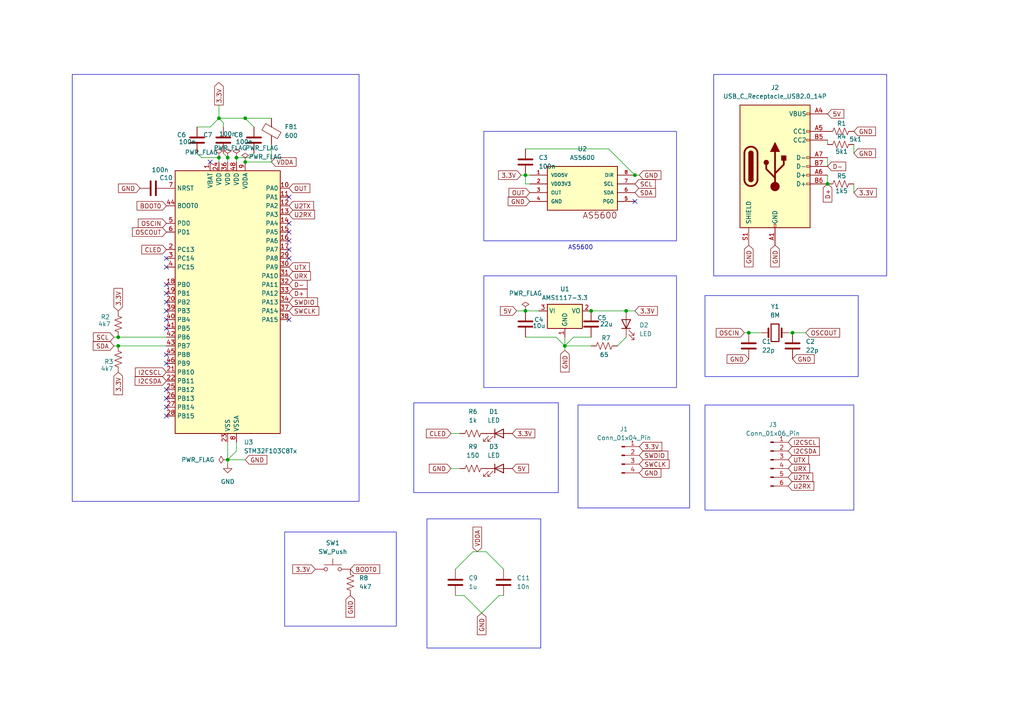
<source format=kicad_sch>
(kicad_sch
	(version 20250114)
	(generator "eeschema")
	(generator_version "9.0")
	(uuid "4e6b4a8c-499f-4af5-903e-e65785993e50")
	(paper "A4")
	(lib_symbols
		(symbol "AS5600:AS5600"
			(pin_names
				(offset 1.016)
			)
			(exclude_from_sim no)
			(in_bom yes)
			(on_board yes)
			(property "Reference" "U"
				(at 0 0 0)
				(effects
					(font
						(size 1.27 1.27)
					)
					(justify bottom)
				)
			)
			(property "Value" "AS5600"
				(at 0 0 0)
				(effects
					(font
						(size 1.27 1.27)
					)
					(justify bottom)
				)
			)
			(property "Footprint" "AS5600:SOIC8"
				(at 0 0 0)
				(effects
					(font
						(size 1.27 1.27)
					)
					(justify bottom)
					(hide yes)
				)
			)
			(property "Datasheet" ""
				(at 0 0 0)
				(effects
					(font
						(size 1.27 1.27)
					)
					(hide yes)
				)
			)
			(property "Description" ""
				(at 0 0 0)
				(effects
					(font
						(size 1.27 1.27)
					)
					(hide yes)
				)
			)
			(property "MF" "Ams AG"
				(at 0 0 0)
				(effects
					(font
						(size 1.27 1.27)
					)
					(justify bottom)
					(hide yes)
				)
			)
			(property "Description_1" "Hall Effect Sensor Rotary Position External Magnet, Not Included Gull Wing"
				(at 0 0 0)
				(effects
					(font
						(size 1.27 1.27)
					)
					(justify bottom)
					(hide yes)
				)
			)
			(property "Package" "None"
				(at 0 0 0)
				(effects
					(font
						(size 1.27 1.27)
					)
					(justify bottom)
					(hide yes)
				)
			)
			(property "Price" "None"
				(at 0 0 0)
				(effects
					(font
						(size 1.27 1.27)
					)
					(justify bottom)
					(hide yes)
				)
			)
			(property "SnapEDA_Link" "https://www.snapeda.com/parts/AS5600/ams/view-part/?ref=snap"
				(at 0 0 0)
				(effects
					(font
						(size 1.27 1.27)
					)
					(justify bottom)
					(hide yes)
				)
			)
			(property "MP" "AS5600"
				(at 0 0 0)
				(effects
					(font
						(size 1.27 1.27)
					)
					(justify bottom)
					(hide yes)
				)
			)
			(property "Availability" "Not in stock"
				(at 0 0 0)
				(effects
					(font
						(size 1.27 1.27)
					)
					(justify bottom)
					(hide yes)
				)
			)
			(property "Check_prices" "https://www.snapeda.com/parts/AS5600/ams/view-part/?ref=eda"
				(at 0 0 0)
				(effects
					(font
						(size 1.27 1.27)
					)
					(justify bottom)
					(hide yes)
				)
			)
			(symbol "AS5600_0_0"
				(rectangle
					(start -10.16 -7.62)
					(end 10.16 5.08)
					(stroke
						(width 0.254)
						(type default)
					)
					(fill
						(type background)
					)
				)
				(text "AS5600"
					(at 0 -10.16 0)
					(effects
						(font
							(size 1.778 1.778)
						)
						(justify left bottom)
					)
				)
				(pin power_in line
					(at -15.24 2.54 0)
					(length 5.08)
					(name "VDD5V"
						(effects
							(font
								(size 1.016 1.016)
							)
						)
					)
					(number "1"
						(effects
							(font
								(size 1.016 1.016)
							)
						)
					)
				)
				(pin power_in line
					(at -15.24 0 0)
					(length 5.08)
					(name "VDD3V3"
						(effects
							(font
								(size 1.016 1.016)
							)
						)
					)
					(number "2"
						(effects
							(font
								(size 1.016 1.016)
							)
						)
					)
				)
				(pin output line
					(at -15.24 -2.54 0)
					(length 5.08)
					(name "OUT"
						(effects
							(font
								(size 1.016 1.016)
							)
						)
					)
					(number "3"
						(effects
							(font
								(size 1.016 1.016)
							)
						)
					)
				)
				(pin power_in line
					(at -15.24 -5.08 0)
					(length 5.08)
					(name "GND"
						(effects
							(font
								(size 1.016 1.016)
							)
						)
					)
					(number "4"
						(effects
							(font
								(size 1.016 1.016)
							)
						)
					)
				)
				(pin input line
					(at 15.24 2.54 180)
					(length 5.08)
					(name "DIR"
						(effects
							(font
								(size 1.016 1.016)
							)
						)
					)
					(number "8"
						(effects
							(font
								(size 1.016 1.016)
							)
						)
					)
				)
				(pin input line
					(at 15.24 0 180)
					(length 5.08)
					(name "SCL"
						(effects
							(font
								(size 1.016 1.016)
							)
						)
					)
					(number "7"
						(effects
							(font
								(size 1.016 1.016)
							)
						)
					)
				)
				(pin bidirectional line
					(at 15.24 -2.54 180)
					(length 5.08)
					(name "SDA"
						(effects
							(font
								(size 1.016 1.016)
							)
						)
					)
					(number "6"
						(effects
							(font
								(size 1.016 1.016)
							)
						)
					)
				)
				(pin input line
					(at 15.24 -5.08 180)
					(length 5.08)
					(name "PGO"
						(effects
							(font
								(size 1.016 1.016)
							)
						)
					)
					(number "5"
						(effects
							(font
								(size 1.016 1.016)
							)
						)
					)
				)
			)
			(embedded_fonts no)
		)
		(symbol "Connector:Conn_01x04_Pin"
			(pin_names
				(offset 1.016)
				(hide yes)
			)
			(exclude_from_sim no)
			(in_bom yes)
			(on_board yes)
			(property "Reference" "J"
				(at 0 5.08 0)
				(effects
					(font
						(size 1.27 1.27)
					)
				)
			)
			(property "Value" "Conn_01x04_Pin"
				(at 0 -7.62 0)
				(effects
					(font
						(size 1.27 1.27)
					)
				)
			)
			(property "Footprint" ""
				(at 0 0 0)
				(effects
					(font
						(size 1.27 1.27)
					)
					(hide yes)
				)
			)
			(property "Datasheet" "~"
				(at 0 0 0)
				(effects
					(font
						(size 1.27 1.27)
					)
					(hide yes)
				)
			)
			(property "Description" "Generic connector, single row, 01x04, script generated"
				(at 0 0 0)
				(effects
					(font
						(size 1.27 1.27)
					)
					(hide yes)
				)
			)
			(property "ki_locked" ""
				(at 0 0 0)
				(effects
					(font
						(size 1.27 1.27)
					)
				)
			)
			(property "ki_keywords" "connector"
				(at 0 0 0)
				(effects
					(font
						(size 1.27 1.27)
					)
					(hide yes)
				)
			)
			(property "ki_fp_filters" "Connector*:*_1x??_*"
				(at 0 0 0)
				(effects
					(font
						(size 1.27 1.27)
					)
					(hide yes)
				)
			)
			(symbol "Conn_01x04_Pin_1_1"
				(rectangle
					(start 0.8636 2.667)
					(end 0 2.413)
					(stroke
						(width 0.1524)
						(type default)
					)
					(fill
						(type outline)
					)
				)
				(rectangle
					(start 0.8636 0.127)
					(end 0 -0.127)
					(stroke
						(width 0.1524)
						(type default)
					)
					(fill
						(type outline)
					)
				)
				(rectangle
					(start 0.8636 -2.413)
					(end 0 -2.667)
					(stroke
						(width 0.1524)
						(type default)
					)
					(fill
						(type outline)
					)
				)
				(rectangle
					(start 0.8636 -4.953)
					(end 0 -5.207)
					(stroke
						(width 0.1524)
						(type default)
					)
					(fill
						(type outline)
					)
				)
				(polyline
					(pts
						(xy 1.27 2.54) (xy 0.8636 2.54)
					)
					(stroke
						(width 0.1524)
						(type default)
					)
					(fill
						(type none)
					)
				)
				(polyline
					(pts
						(xy 1.27 0) (xy 0.8636 0)
					)
					(stroke
						(width 0.1524)
						(type default)
					)
					(fill
						(type none)
					)
				)
				(polyline
					(pts
						(xy 1.27 -2.54) (xy 0.8636 -2.54)
					)
					(stroke
						(width 0.1524)
						(type default)
					)
					(fill
						(type none)
					)
				)
				(polyline
					(pts
						(xy 1.27 -5.08) (xy 0.8636 -5.08)
					)
					(stroke
						(width 0.1524)
						(type default)
					)
					(fill
						(type none)
					)
				)
				(pin passive line
					(at 5.08 2.54 180)
					(length 3.81)
					(name "Pin_1"
						(effects
							(font
								(size 1.27 1.27)
							)
						)
					)
					(number "1"
						(effects
							(font
								(size 1.27 1.27)
							)
						)
					)
				)
				(pin passive line
					(at 5.08 0 180)
					(length 3.81)
					(name "Pin_2"
						(effects
							(font
								(size 1.27 1.27)
							)
						)
					)
					(number "2"
						(effects
							(font
								(size 1.27 1.27)
							)
						)
					)
				)
				(pin passive line
					(at 5.08 -2.54 180)
					(length 3.81)
					(name "Pin_3"
						(effects
							(font
								(size 1.27 1.27)
							)
						)
					)
					(number "3"
						(effects
							(font
								(size 1.27 1.27)
							)
						)
					)
				)
				(pin passive line
					(at 5.08 -5.08 180)
					(length 3.81)
					(name "Pin_4"
						(effects
							(font
								(size 1.27 1.27)
							)
						)
					)
					(number "4"
						(effects
							(font
								(size 1.27 1.27)
							)
						)
					)
				)
			)
			(embedded_fonts no)
		)
		(symbol "Connector:Conn_01x06_Pin"
			(pin_names
				(offset 1.016)
				(hide yes)
			)
			(exclude_from_sim no)
			(in_bom yes)
			(on_board yes)
			(property "Reference" "J"
				(at 0 7.62 0)
				(effects
					(font
						(size 1.27 1.27)
					)
				)
			)
			(property "Value" "Conn_01x06_Pin"
				(at 0 -10.16 0)
				(effects
					(font
						(size 1.27 1.27)
					)
				)
			)
			(property "Footprint" ""
				(at 0 0 0)
				(effects
					(font
						(size 1.27 1.27)
					)
					(hide yes)
				)
			)
			(property "Datasheet" "~"
				(at 0 0 0)
				(effects
					(font
						(size 1.27 1.27)
					)
					(hide yes)
				)
			)
			(property "Description" "Generic connector, single row, 01x06, script generated"
				(at 0 0 0)
				(effects
					(font
						(size 1.27 1.27)
					)
					(hide yes)
				)
			)
			(property "ki_locked" ""
				(at 0 0 0)
				(effects
					(font
						(size 1.27 1.27)
					)
				)
			)
			(property "ki_keywords" "connector"
				(at 0 0 0)
				(effects
					(font
						(size 1.27 1.27)
					)
					(hide yes)
				)
			)
			(property "ki_fp_filters" "Connector*:*_1x??_*"
				(at 0 0 0)
				(effects
					(font
						(size 1.27 1.27)
					)
					(hide yes)
				)
			)
			(symbol "Conn_01x06_Pin_1_1"
				(rectangle
					(start 0.8636 5.207)
					(end 0 4.953)
					(stroke
						(width 0.1524)
						(type default)
					)
					(fill
						(type outline)
					)
				)
				(rectangle
					(start 0.8636 2.667)
					(end 0 2.413)
					(stroke
						(width 0.1524)
						(type default)
					)
					(fill
						(type outline)
					)
				)
				(rectangle
					(start 0.8636 0.127)
					(end 0 -0.127)
					(stroke
						(width 0.1524)
						(type default)
					)
					(fill
						(type outline)
					)
				)
				(rectangle
					(start 0.8636 -2.413)
					(end 0 -2.667)
					(stroke
						(width 0.1524)
						(type default)
					)
					(fill
						(type outline)
					)
				)
				(rectangle
					(start 0.8636 -4.953)
					(end 0 -5.207)
					(stroke
						(width 0.1524)
						(type default)
					)
					(fill
						(type outline)
					)
				)
				(rectangle
					(start 0.8636 -7.493)
					(end 0 -7.747)
					(stroke
						(width 0.1524)
						(type default)
					)
					(fill
						(type outline)
					)
				)
				(polyline
					(pts
						(xy 1.27 5.08) (xy 0.8636 5.08)
					)
					(stroke
						(width 0.1524)
						(type default)
					)
					(fill
						(type none)
					)
				)
				(polyline
					(pts
						(xy 1.27 2.54) (xy 0.8636 2.54)
					)
					(stroke
						(width 0.1524)
						(type default)
					)
					(fill
						(type none)
					)
				)
				(polyline
					(pts
						(xy 1.27 0) (xy 0.8636 0)
					)
					(stroke
						(width 0.1524)
						(type default)
					)
					(fill
						(type none)
					)
				)
				(polyline
					(pts
						(xy 1.27 -2.54) (xy 0.8636 -2.54)
					)
					(stroke
						(width 0.1524)
						(type default)
					)
					(fill
						(type none)
					)
				)
				(polyline
					(pts
						(xy 1.27 -5.08) (xy 0.8636 -5.08)
					)
					(stroke
						(width 0.1524)
						(type default)
					)
					(fill
						(type none)
					)
				)
				(polyline
					(pts
						(xy 1.27 -7.62) (xy 0.8636 -7.62)
					)
					(stroke
						(width 0.1524)
						(type default)
					)
					(fill
						(type none)
					)
				)
				(pin passive line
					(at 5.08 5.08 180)
					(length 3.81)
					(name "Pin_1"
						(effects
							(font
								(size 1.27 1.27)
							)
						)
					)
					(number "1"
						(effects
							(font
								(size 1.27 1.27)
							)
						)
					)
				)
				(pin passive line
					(at 5.08 2.54 180)
					(length 3.81)
					(name "Pin_2"
						(effects
							(font
								(size 1.27 1.27)
							)
						)
					)
					(number "2"
						(effects
							(font
								(size 1.27 1.27)
							)
						)
					)
				)
				(pin passive line
					(at 5.08 0 180)
					(length 3.81)
					(name "Pin_3"
						(effects
							(font
								(size 1.27 1.27)
							)
						)
					)
					(number "3"
						(effects
							(font
								(size 1.27 1.27)
							)
						)
					)
				)
				(pin passive line
					(at 5.08 -2.54 180)
					(length 3.81)
					(name "Pin_4"
						(effects
							(font
								(size 1.27 1.27)
							)
						)
					)
					(number "4"
						(effects
							(font
								(size 1.27 1.27)
							)
						)
					)
				)
				(pin passive line
					(at 5.08 -5.08 180)
					(length 3.81)
					(name "Pin_5"
						(effects
							(font
								(size 1.27 1.27)
							)
						)
					)
					(number "5"
						(effects
							(font
								(size 1.27 1.27)
							)
						)
					)
				)
				(pin passive line
					(at 5.08 -7.62 180)
					(length 3.81)
					(name "Pin_6"
						(effects
							(font
								(size 1.27 1.27)
							)
						)
					)
					(number "6"
						(effects
							(font
								(size 1.27 1.27)
							)
						)
					)
				)
			)
			(embedded_fonts no)
		)
		(symbol "Connector:USB_C_Receptacle_USB2.0_14P"
			(pin_names
				(offset 1.016)
			)
			(exclude_from_sim no)
			(in_bom yes)
			(on_board yes)
			(property "Reference" "J"
				(at 0 22.225 0)
				(effects
					(font
						(size 1.27 1.27)
					)
				)
			)
			(property "Value" "USB_C_Receptacle_USB2.0_14P"
				(at 0 19.685 0)
				(effects
					(font
						(size 1.27 1.27)
					)
				)
			)
			(property "Footprint" ""
				(at 3.81 0 0)
				(effects
					(font
						(size 1.27 1.27)
					)
					(hide yes)
				)
			)
			(property "Datasheet" "https://www.usb.org/sites/default/files/documents/usb_type-c.zip"
				(at 3.81 0 0)
				(effects
					(font
						(size 1.27 1.27)
					)
					(hide yes)
				)
			)
			(property "Description" "USB 2.0-only 14P Type-C Receptacle connector"
				(at 0 0 0)
				(effects
					(font
						(size 1.27 1.27)
					)
					(hide yes)
				)
			)
			(property "ki_keywords" "usb universal serial bus type-C USB2.0"
				(at 0 0 0)
				(effects
					(font
						(size 1.27 1.27)
					)
					(hide yes)
				)
			)
			(property "ki_fp_filters" "USB*C*Receptacle*"
				(at 0 0 0)
				(effects
					(font
						(size 1.27 1.27)
					)
					(hide yes)
				)
			)
			(symbol "USB_C_Receptacle_USB2.0_14P_0_0"
				(rectangle
					(start -0.254 -17.78)
					(end 0.254 -16.764)
					(stroke
						(width 0)
						(type default)
					)
					(fill
						(type none)
					)
				)
				(rectangle
					(start 10.16 15.494)
					(end 9.144 14.986)
					(stroke
						(width 0)
						(type default)
					)
					(fill
						(type none)
					)
				)
				(rectangle
					(start 10.16 10.414)
					(end 9.144 9.906)
					(stroke
						(width 0)
						(type default)
					)
					(fill
						(type none)
					)
				)
				(rectangle
					(start 10.16 7.874)
					(end 9.144 7.366)
					(stroke
						(width 0)
						(type default)
					)
					(fill
						(type none)
					)
				)
				(rectangle
					(start 10.16 2.794)
					(end 9.144 2.286)
					(stroke
						(width 0)
						(type default)
					)
					(fill
						(type none)
					)
				)
				(rectangle
					(start 10.16 0.254)
					(end 9.144 -0.254)
					(stroke
						(width 0)
						(type default)
					)
					(fill
						(type none)
					)
				)
				(rectangle
					(start 10.16 -2.286)
					(end 9.144 -2.794)
					(stroke
						(width 0)
						(type default)
					)
					(fill
						(type none)
					)
				)
				(rectangle
					(start 10.16 -4.826)
					(end 9.144 -5.334)
					(stroke
						(width 0)
						(type default)
					)
					(fill
						(type none)
					)
				)
			)
			(symbol "USB_C_Receptacle_USB2.0_14P_0_1"
				(rectangle
					(start -10.16 17.78)
					(end 10.16 -17.78)
					(stroke
						(width 0.254)
						(type default)
					)
					(fill
						(type background)
					)
				)
				(polyline
					(pts
						(xy -8.89 -3.81) (xy -8.89 3.81)
					)
					(stroke
						(width 0.508)
						(type default)
					)
					(fill
						(type none)
					)
				)
				(rectangle
					(start -7.62 -3.81)
					(end -6.35 3.81)
					(stroke
						(width 0.254)
						(type default)
					)
					(fill
						(type outline)
					)
				)
				(arc
					(start -7.62 3.81)
					(mid -6.985 4.4423)
					(end -6.35 3.81)
					(stroke
						(width 0.254)
						(type default)
					)
					(fill
						(type none)
					)
				)
				(arc
					(start -7.62 3.81)
					(mid -6.985 4.4423)
					(end -6.35 3.81)
					(stroke
						(width 0.254)
						(type default)
					)
					(fill
						(type outline)
					)
				)
				(arc
					(start -8.89 3.81)
					(mid -6.985 5.7067)
					(end -5.08 3.81)
					(stroke
						(width 0.508)
						(type default)
					)
					(fill
						(type none)
					)
				)
				(arc
					(start -5.08 -3.81)
					(mid -6.985 -5.7067)
					(end -8.89 -3.81)
					(stroke
						(width 0.508)
						(type default)
					)
					(fill
						(type none)
					)
				)
				(arc
					(start -6.35 -3.81)
					(mid -6.985 -4.4423)
					(end -7.62 -3.81)
					(stroke
						(width 0.254)
						(type default)
					)
					(fill
						(type none)
					)
				)
				(arc
					(start -6.35 -3.81)
					(mid -6.985 -4.4423)
					(end -7.62 -3.81)
					(stroke
						(width 0.254)
						(type default)
					)
					(fill
						(type outline)
					)
				)
				(polyline
					(pts
						(xy -5.08 3.81) (xy -5.08 -3.81)
					)
					(stroke
						(width 0.508)
						(type default)
					)
					(fill
						(type none)
					)
				)
				(circle
					(center -2.54 1.143)
					(radius 0.635)
					(stroke
						(width 0.254)
						(type default)
					)
					(fill
						(type outline)
					)
				)
				(polyline
					(pts
						(xy -1.27 4.318) (xy 0 6.858) (xy 1.27 4.318) (xy -1.27 4.318)
					)
					(stroke
						(width 0.254)
						(type default)
					)
					(fill
						(type outline)
					)
				)
				(polyline
					(pts
						(xy 0 -2.032) (xy 2.54 0.508) (xy 2.54 1.778)
					)
					(stroke
						(width 0.508)
						(type default)
					)
					(fill
						(type none)
					)
				)
				(polyline
					(pts
						(xy 0 -3.302) (xy -2.54 -0.762) (xy -2.54 0.508)
					)
					(stroke
						(width 0.508)
						(type default)
					)
					(fill
						(type none)
					)
				)
				(polyline
					(pts
						(xy 0 -5.842) (xy 0 4.318)
					)
					(stroke
						(width 0.508)
						(type default)
					)
					(fill
						(type none)
					)
				)
				(circle
					(center 0 -5.842)
					(radius 1.27)
					(stroke
						(width 0)
						(type default)
					)
					(fill
						(type outline)
					)
				)
				(rectangle
					(start 1.905 1.778)
					(end 3.175 3.048)
					(stroke
						(width 0.254)
						(type default)
					)
					(fill
						(type outline)
					)
				)
			)
			(symbol "USB_C_Receptacle_USB2.0_14P_1_1"
				(pin passive line
					(at -7.62 -22.86 90)
					(length 5.08)
					(name "SHIELD"
						(effects
							(font
								(size 1.27 1.27)
							)
						)
					)
					(number "S1"
						(effects
							(font
								(size 1.27 1.27)
							)
						)
					)
				)
				(pin passive line
					(at 0 -22.86 90)
					(length 5.08)
					(name "GND"
						(effects
							(font
								(size 1.27 1.27)
							)
						)
					)
					(number "A1"
						(effects
							(font
								(size 1.27 1.27)
							)
						)
					)
				)
				(pin passive line
					(at 0 -22.86 90)
					(length 5.08)
					(hide yes)
					(name "GND"
						(effects
							(font
								(size 1.27 1.27)
							)
						)
					)
					(number "A12"
						(effects
							(font
								(size 1.27 1.27)
							)
						)
					)
				)
				(pin passive line
					(at 0 -22.86 90)
					(length 5.08)
					(hide yes)
					(name "GND"
						(effects
							(font
								(size 1.27 1.27)
							)
						)
					)
					(number "B1"
						(effects
							(font
								(size 1.27 1.27)
							)
						)
					)
				)
				(pin passive line
					(at 0 -22.86 90)
					(length 5.08)
					(hide yes)
					(name "GND"
						(effects
							(font
								(size 1.27 1.27)
							)
						)
					)
					(number "B12"
						(effects
							(font
								(size 1.27 1.27)
							)
						)
					)
				)
				(pin passive line
					(at 15.24 15.24 180)
					(length 5.08)
					(name "VBUS"
						(effects
							(font
								(size 1.27 1.27)
							)
						)
					)
					(number "A4"
						(effects
							(font
								(size 1.27 1.27)
							)
						)
					)
				)
				(pin passive line
					(at 15.24 15.24 180)
					(length 5.08)
					(hide yes)
					(name "VBUS"
						(effects
							(font
								(size 1.27 1.27)
							)
						)
					)
					(number "A9"
						(effects
							(font
								(size 1.27 1.27)
							)
						)
					)
				)
				(pin passive line
					(at 15.24 15.24 180)
					(length 5.08)
					(hide yes)
					(name "VBUS"
						(effects
							(font
								(size 1.27 1.27)
							)
						)
					)
					(number "B4"
						(effects
							(font
								(size 1.27 1.27)
							)
						)
					)
				)
				(pin passive line
					(at 15.24 15.24 180)
					(length 5.08)
					(hide yes)
					(name "VBUS"
						(effects
							(font
								(size 1.27 1.27)
							)
						)
					)
					(number "B9"
						(effects
							(font
								(size 1.27 1.27)
							)
						)
					)
				)
				(pin bidirectional line
					(at 15.24 10.16 180)
					(length 5.08)
					(name "CC1"
						(effects
							(font
								(size 1.27 1.27)
							)
						)
					)
					(number "A5"
						(effects
							(font
								(size 1.27 1.27)
							)
						)
					)
				)
				(pin bidirectional line
					(at 15.24 7.62 180)
					(length 5.08)
					(name "CC2"
						(effects
							(font
								(size 1.27 1.27)
							)
						)
					)
					(number "B5"
						(effects
							(font
								(size 1.27 1.27)
							)
						)
					)
				)
				(pin bidirectional line
					(at 15.24 2.54 180)
					(length 5.08)
					(name "D-"
						(effects
							(font
								(size 1.27 1.27)
							)
						)
					)
					(number "A7"
						(effects
							(font
								(size 1.27 1.27)
							)
						)
					)
				)
				(pin bidirectional line
					(at 15.24 0 180)
					(length 5.08)
					(name "D-"
						(effects
							(font
								(size 1.27 1.27)
							)
						)
					)
					(number "B7"
						(effects
							(font
								(size 1.27 1.27)
							)
						)
					)
				)
				(pin bidirectional line
					(at 15.24 -2.54 180)
					(length 5.08)
					(name "D+"
						(effects
							(font
								(size 1.27 1.27)
							)
						)
					)
					(number "A6"
						(effects
							(font
								(size 1.27 1.27)
							)
						)
					)
				)
				(pin bidirectional line
					(at 15.24 -5.08 180)
					(length 5.08)
					(name "D+"
						(effects
							(font
								(size 1.27 1.27)
							)
						)
					)
					(number "B6"
						(effects
							(font
								(size 1.27 1.27)
							)
						)
					)
				)
			)
			(embedded_fonts no)
		)
		(symbol "Device:C"
			(pin_numbers
				(hide yes)
			)
			(pin_names
				(offset 0.254)
			)
			(exclude_from_sim no)
			(in_bom yes)
			(on_board yes)
			(property "Reference" "C"
				(at 0.635 2.54 0)
				(effects
					(font
						(size 1.27 1.27)
					)
					(justify left)
				)
			)
			(property "Value" "C"
				(at 0.635 -2.54 0)
				(effects
					(font
						(size 1.27 1.27)
					)
					(justify left)
				)
			)
			(property "Footprint" ""
				(at 0.9652 -3.81 0)
				(effects
					(font
						(size 1.27 1.27)
					)
					(hide yes)
				)
			)
			(property "Datasheet" "~"
				(at 0 0 0)
				(effects
					(font
						(size 1.27 1.27)
					)
					(hide yes)
				)
			)
			(property "Description" "Unpolarized capacitor"
				(at 0 0 0)
				(effects
					(font
						(size 1.27 1.27)
					)
					(hide yes)
				)
			)
			(property "ki_keywords" "cap capacitor"
				(at 0 0 0)
				(effects
					(font
						(size 1.27 1.27)
					)
					(hide yes)
				)
			)
			(property "ki_fp_filters" "C_*"
				(at 0 0 0)
				(effects
					(font
						(size 1.27 1.27)
					)
					(hide yes)
				)
			)
			(symbol "C_0_1"
				(polyline
					(pts
						(xy -2.032 0.762) (xy 2.032 0.762)
					)
					(stroke
						(width 0.508)
						(type default)
					)
					(fill
						(type none)
					)
				)
				(polyline
					(pts
						(xy -2.032 -0.762) (xy 2.032 -0.762)
					)
					(stroke
						(width 0.508)
						(type default)
					)
					(fill
						(type none)
					)
				)
			)
			(symbol "C_1_1"
				(pin passive line
					(at 0 3.81 270)
					(length 2.794)
					(name "~"
						(effects
							(font
								(size 1.27 1.27)
							)
						)
					)
					(number "1"
						(effects
							(font
								(size 1.27 1.27)
							)
						)
					)
				)
				(pin passive line
					(at 0 -3.81 90)
					(length 2.794)
					(name "~"
						(effects
							(font
								(size 1.27 1.27)
							)
						)
					)
					(number "2"
						(effects
							(font
								(size 1.27 1.27)
							)
						)
					)
				)
			)
			(embedded_fonts no)
		)
		(symbol "Device:Crystal"
			(pin_numbers
				(hide yes)
			)
			(pin_names
				(offset 1.016)
				(hide yes)
			)
			(exclude_from_sim no)
			(in_bom yes)
			(on_board yes)
			(property "Reference" "Y"
				(at 0 3.81 0)
				(effects
					(font
						(size 1.27 1.27)
					)
				)
			)
			(property "Value" "Crystal"
				(at 0 -3.81 0)
				(effects
					(font
						(size 1.27 1.27)
					)
				)
			)
			(property "Footprint" ""
				(at 0 0 0)
				(effects
					(font
						(size 1.27 1.27)
					)
					(hide yes)
				)
			)
			(property "Datasheet" "~"
				(at 0 0 0)
				(effects
					(font
						(size 1.27 1.27)
					)
					(hide yes)
				)
			)
			(property "Description" "Two pin crystal"
				(at 0 0 0)
				(effects
					(font
						(size 1.27 1.27)
					)
					(hide yes)
				)
			)
			(property "ki_keywords" "quartz ceramic resonator oscillator"
				(at 0 0 0)
				(effects
					(font
						(size 1.27 1.27)
					)
					(hide yes)
				)
			)
			(property "ki_fp_filters" "Crystal*"
				(at 0 0 0)
				(effects
					(font
						(size 1.27 1.27)
					)
					(hide yes)
				)
			)
			(symbol "Crystal_0_1"
				(polyline
					(pts
						(xy -2.54 0) (xy -1.905 0)
					)
					(stroke
						(width 0)
						(type default)
					)
					(fill
						(type none)
					)
				)
				(polyline
					(pts
						(xy -1.905 -1.27) (xy -1.905 1.27)
					)
					(stroke
						(width 0.508)
						(type default)
					)
					(fill
						(type none)
					)
				)
				(rectangle
					(start -1.143 2.54)
					(end 1.143 -2.54)
					(stroke
						(width 0.3048)
						(type default)
					)
					(fill
						(type none)
					)
				)
				(polyline
					(pts
						(xy 1.905 -1.27) (xy 1.905 1.27)
					)
					(stroke
						(width 0.508)
						(type default)
					)
					(fill
						(type none)
					)
				)
				(polyline
					(pts
						(xy 2.54 0) (xy 1.905 0)
					)
					(stroke
						(width 0)
						(type default)
					)
					(fill
						(type none)
					)
				)
			)
			(symbol "Crystal_1_1"
				(pin passive line
					(at -3.81 0 0)
					(length 1.27)
					(name "1"
						(effects
							(font
								(size 1.27 1.27)
							)
						)
					)
					(number "1"
						(effects
							(font
								(size 1.27 1.27)
							)
						)
					)
				)
				(pin passive line
					(at 3.81 0 180)
					(length 1.27)
					(name "2"
						(effects
							(font
								(size 1.27 1.27)
							)
						)
					)
					(number "2"
						(effects
							(font
								(size 1.27 1.27)
							)
						)
					)
				)
			)
			(embedded_fonts no)
		)
		(symbol "Device:FerriteBead"
			(pin_numbers
				(hide yes)
			)
			(pin_names
				(offset 0)
			)
			(exclude_from_sim no)
			(in_bom yes)
			(on_board yes)
			(property "Reference" "FB"
				(at -3.81 0.635 90)
				(effects
					(font
						(size 1.27 1.27)
					)
				)
			)
			(property "Value" "FerriteBead"
				(at 3.81 0 90)
				(effects
					(font
						(size 1.27 1.27)
					)
				)
			)
			(property "Footprint" ""
				(at -1.778 0 90)
				(effects
					(font
						(size 1.27 1.27)
					)
					(hide yes)
				)
			)
			(property "Datasheet" "~"
				(at 0 0 0)
				(effects
					(font
						(size 1.27 1.27)
					)
					(hide yes)
				)
			)
			(property "Description" "Ferrite bead"
				(at 0 0 0)
				(effects
					(font
						(size 1.27 1.27)
					)
					(hide yes)
				)
			)
			(property "ki_keywords" "L ferrite bead inductor filter"
				(at 0 0 0)
				(effects
					(font
						(size 1.27 1.27)
					)
					(hide yes)
				)
			)
			(property "ki_fp_filters" "Inductor_* L_* *Ferrite*"
				(at 0 0 0)
				(effects
					(font
						(size 1.27 1.27)
					)
					(hide yes)
				)
			)
			(symbol "FerriteBead_0_1"
				(polyline
					(pts
						(xy -2.7686 0.4064) (xy -1.7018 2.2606) (xy 2.7686 -0.3048) (xy 1.6764 -2.159) (xy -2.7686 0.4064)
					)
					(stroke
						(width 0)
						(type default)
					)
					(fill
						(type none)
					)
				)
				(polyline
					(pts
						(xy 0 1.27) (xy 0 1.2954)
					)
					(stroke
						(width 0)
						(type default)
					)
					(fill
						(type none)
					)
				)
				(polyline
					(pts
						(xy 0 -1.27) (xy 0 -1.2192)
					)
					(stroke
						(width 0)
						(type default)
					)
					(fill
						(type none)
					)
				)
			)
			(symbol "FerriteBead_1_1"
				(pin passive line
					(at 0 3.81 270)
					(length 2.54)
					(name "~"
						(effects
							(font
								(size 1.27 1.27)
							)
						)
					)
					(number "1"
						(effects
							(font
								(size 1.27 1.27)
							)
						)
					)
				)
				(pin passive line
					(at 0 -3.81 90)
					(length 2.54)
					(name "~"
						(effects
							(font
								(size 1.27 1.27)
							)
						)
					)
					(number "2"
						(effects
							(font
								(size 1.27 1.27)
							)
						)
					)
				)
			)
			(embedded_fonts no)
		)
		(symbol "Device:LED"
			(pin_numbers
				(hide yes)
			)
			(pin_names
				(offset 1.016)
				(hide yes)
			)
			(exclude_from_sim no)
			(in_bom yes)
			(on_board yes)
			(property "Reference" "D"
				(at 0 2.54 0)
				(effects
					(font
						(size 1.27 1.27)
					)
				)
			)
			(property "Value" "LED"
				(at 0 -2.54 0)
				(effects
					(font
						(size 1.27 1.27)
					)
				)
			)
			(property "Footprint" ""
				(at 0 0 0)
				(effects
					(font
						(size 1.27 1.27)
					)
					(hide yes)
				)
			)
			(property "Datasheet" "~"
				(at 0 0 0)
				(effects
					(font
						(size 1.27 1.27)
					)
					(hide yes)
				)
			)
			(property "Description" "Light emitting diode"
				(at 0 0 0)
				(effects
					(font
						(size 1.27 1.27)
					)
					(hide yes)
				)
			)
			(property "Sim.Pins" "1=K 2=A"
				(at 0 0 0)
				(effects
					(font
						(size 1.27 1.27)
					)
					(hide yes)
				)
			)
			(property "ki_keywords" "LED diode"
				(at 0 0 0)
				(effects
					(font
						(size 1.27 1.27)
					)
					(hide yes)
				)
			)
			(property "ki_fp_filters" "LED* LED_SMD:* LED_THT:*"
				(at 0 0 0)
				(effects
					(font
						(size 1.27 1.27)
					)
					(hide yes)
				)
			)
			(symbol "LED_0_1"
				(polyline
					(pts
						(xy -3.048 -0.762) (xy -4.572 -2.286) (xy -3.81 -2.286) (xy -4.572 -2.286) (xy -4.572 -1.524)
					)
					(stroke
						(width 0)
						(type default)
					)
					(fill
						(type none)
					)
				)
				(polyline
					(pts
						(xy -1.778 -0.762) (xy -3.302 -2.286) (xy -2.54 -2.286) (xy -3.302 -2.286) (xy -3.302 -1.524)
					)
					(stroke
						(width 0)
						(type default)
					)
					(fill
						(type none)
					)
				)
				(polyline
					(pts
						(xy -1.27 0) (xy 1.27 0)
					)
					(stroke
						(width 0)
						(type default)
					)
					(fill
						(type none)
					)
				)
				(polyline
					(pts
						(xy -1.27 -1.27) (xy -1.27 1.27)
					)
					(stroke
						(width 0.254)
						(type default)
					)
					(fill
						(type none)
					)
				)
				(polyline
					(pts
						(xy 1.27 -1.27) (xy 1.27 1.27) (xy -1.27 0) (xy 1.27 -1.27)
					)
					(stroke
						(width 0.254)
						(type default)
					)
					(fill
						(type none)
					)
				)
			)
			(symbol "LED_1_1"
				(pin passive line
					(at -3.81 0 0)
					(length 2.54)
					(name "K"
						(effects
							(font
								(size 1.27 1.27)
							)
						)
					)
					(number "1"
						(effects
							(font
								(size 1.27 1.27)
							)
						)
					)
				)
				(pin passive line
					(at 3.81 0 180)
					(length 2.54)
					(name "A"
						(effects
							(font
								(size 1.27 1.27)
							)
						)
					)
					(number "2"
						(effects
							(font
								(size 1.27 1.27)
							)
						)
					)
				)
			)
			(embedded_fonts no)
		)
		(symbol "Device:R_US"
			(pin_numbers
				(hide yes)
			)
			(pin_names
				(offset 0)
			)
			(exclude_from_sim no)
			(in_bom yes)
			(on_board yes)
			(property "Reference" "R"
				(at 2.54 0 90)
				(effects
					(font
						(size 1.27 1.27)
					)
				)
			)
			(property "Value" "R_US"
				(at -2.54 0 90)
				(effects
					(font
						(size 1.27 1.27)
					)
				)
			)
			(property "Footprint" ""
				(at 1.016 -0.254 90)
				(effects
					(font
						(size 1.27 1.27)
					)
					(hide yes)
				)
			)
			(property "Datasheet" "~"
				(at 0 0 0)
				(effects
					(font
						(size 1.27 1.27)
					)
					(hide yes)
				)
			)
			(property "Description" "Resistor, US symbol"
				(at 0 0 0)
				(effects
					(font
						(size 1.27 1.27)
					)
					(hide yes)
				)
			)
			(property "ki_keywords" "R res resistor"
				(at 0 0 0)
				(effects
					(font
						(size 1.27 1.27)
					)
					(hide yes)
				)
			)
			(property "ki_fp_filters" "R_*"
				(at 0 0 0)
				(effects
					(font
						(size 1.27 1.27)
					)
					(hide yes)
				)
			)
			(symbol "R_US_0_1"
				(polyline
					(pts
						(xy 0 2.286) (xy 0 2.54)
					)
					(stroke
						(width 0)
						(type default)
					)
					(fill
						(type none)
					)
				)
				(polyline
					(pts
						(xy 0 2.286) (xy 1.016 1.905) (xy 0 1.524) (xy -1.016 1.143) (xy 0 0.762)
					)
					(stroke
						(width 0)
						(type default)
					)
					(fill
						(type none)
					)
				)
				(polyline
					(pts
						(xy 0 0.762) (xy 1.016 0.381) (xy 0 0) (xy -1.016 -0.381) (xy 0 -0.762)
					)
					(stroke
						(width 0)
						(type default)
					)
					(fill
						(type none)
					)
				)
				(polyline
					(pts
						(xy 0 -0.762) (xy 1.016 -1.143) (xy 0 -1.524) (xy -1.016 -1.905) (xy 0 -2.286)
					)
					(stroke
						(width 0)
						(type default)
					)
					(fill
						(type none)
					)
				)
				(polyline
					(pts
						(xy 0 -2.286) (xy 0 -2.54)
					)
					(stroke
						(width 0)
						(type default)
					)
					(fill
						(type none)
					)
				)
			)
			(symbol "R_US_1_1"
				(pin passive line
					(at 0 3.81 270)
					(length 1.27)
					(name "~"
						(effects
							(font
								(size 1.27 1.27)
							)
						)
					)
					(number "1"
						(effects
							(font
								(size 1.27 1.27)
							)
						)
					)
				)
				(pin passive line
					(at 0 -3.81 90)
					(length 1.27)
					(name "~"
						(effects
							(font
								(size 1.27 1.27)
							)
						)
					)
					(number "2"
						(effects
							(font
								(size 1.27 1.27)
							)
						)
					)
				)
			)
			(embedded_fonts no)
		)
		(symbol "MCU_ST_STM32F1:STM32F103C8Tx"
			(exclude_from_sim no)
			(in_bom yes)
			(on_board yes)
			(property "Reference" "U"
				(at -15.24 39.37 0)
				(effects
					(font
						(size 1.27 1.27)
					)
					(justify left)
				)
			)
			(property "Value" "STM32F103C8Tx"
				(at 7.62 39.37 0)
				(effects
					(font
						(size 1.27 1.27)
					)
					(justify left)
				)
			)
			(property "Footprint" "Package_QFP:LQFP-48_7x7mm_P0.5mm"
				(at -15.24 -38.1 0)
				(effects
					(font
						(size 1.27 1.27)
					)
					(justify right)
					(hide yes)
				)
			)
			(property "Datasheet" "https://www.st.com/resource/en/datasheet/stm32f103c8.pdf"
				(at 0 0 0)
				(effects
					(font
						(size 1.27 1.27)
					)
					(hide yes)
				)
			)
			(property "Description" "STMicroelectronics Arm Cortex-M3 MCU, 64KB flash, 20KB RAM, 72 MHz, 2.0-3.6V, 37 GPIO, LQFP48"
				(at 0 0 0)
				(effects
					(font
						(size 1.27 1.27)
					)
					(hide yes)
				)
			)
			(property "ki_keywords" "Arm Cortex-M3 STM32F1 STM32F103"
				(at 0 0 0)
				(effects
					(font
						(size 1.27 1.27)
					)
					(hide yes)
				)
			)
			(property "ki_fp_filters" "LQFP*7x7mm*P0.5mm*"
				(at 0 0 0)
				(effects
					(font
						(size 1.27 1.27)
					)
					(hide yes)
				)
			)
			(symbol "STM32F103C8Tx_0_1"
				(rectangle
					(start -15.24 -38.1)
					(end 15.24 38.1)
					(stroke
						(width 0.254)
						(type default)
					)
					(fill
						(type background)
					)
				)
			)
			(symbol "STM32F103C8Tx_1_1"
				(pin input line
					(at -17.78 33.02 0)
					(length 2.54)
					(name "NRST"
						(effects
							(font
								(size 1.27 1.27)
							)
						)
					)
					(number "7"
						(effects
							(font
								(size 1.27 1.27)
							)
						)
					)
				)
				(pin input line
					(at -17.78 27.94 0)
					(length 2.54)
					(name "BOOT0"
						(effects
							(font
								(size 1.27 1.27)
							)
						)
					)
					(number "44"
						(effects
							(font
								(size 1.27 1.27)
							)
						)
					)
				)
				(pin bidirectional line
					(at -17.78 22.86 0)
					(length 2.54)
					(name "PD0"
						(effects
							(font
								(size 1.27 1.27)
							)
						)
					)
					(number "5"
						(effects
							(font
								(size 1.27 1.27)
							)
						)
					)
					(alternate "RCC_OSC_IN" bidirectional line)
				)
				(pin bidirectional line
					(at -17.78 20.32 0)
					(length 2.54)
					(name "PD1"
						(effects
							(font
								(size 1.27 1.27)
							)
						)
					)
					(number "6"
						(effects
							(font
								(size 1.27 1.27)
							)
						)
					)
					(alternate "RCC_OSC_OUT" bidirectional line)
				)
				(pin bidirectional line
					(at -17.78 15.24 0)
					(length 2.54)
					(name "PC13"
						(effects
							(font
								(size 1.27 1.27)
							)
						)
					)
					(number "2"
						(effects
							(font
								(size 1.27 1.27)
							)
						)
					)
					(alternate "RTC_OUT" bidirectional line)
					(alternate "RTC_TAMPER" bidirectional line)
				)
				(pin bidirectional line
					(at -17.78 12.7 0)
					(length 2.54)
					(name "PC14"
						(effects
							(font
								(size 1.27 1.27)
							)
						)
					)
					(number "3"
						(effects
							(font
								(size 1.27 1.27)
							)
						)
					)
					(alternate "RCC_OSC32_IN" bidirectional line)
				)
				(pin bidirectional line
					(at -17.78 10.16 0)
					(length 2.54)
					(name "PC15"
						(effects
							(font
								(size 1.27 1.27)
							)
						)
					)
					(number "4"
						(effects
							(font
								(size 1.27 1.27)
							)
						)
					)
					(alternate "ADC1_EXTI15" bidirectional line)
					(alternate "ADC2_EXTI15" bidirectional line)
					(alternate "RCC_OSC32_OUT" bidirectional line)
				)
				(pin bidirectional line
					(at -17.78 5.08 0)
					(length 2.54)
					(name "PB0"
						(effects
							(font
								(size 1.27 1.27)
							)
						)
					)
					(number "18"
						(effects
							(font
								(size 1.27 1.27)
							)
						)
					)
					(alternate "ADC1_IN8" bidirectional line)
					(alternate "ADC2_IN8" bidirectional line)
					(alternate "TIM1_CH2N" bidirectional line)
					(alternate "TIM3_CH3" bidirectional line)
				)
				(pin bidirectional line
					(at -17.78 2.54 0)
					(length 2.54)
					(name "PB1"
						(effects
							(font
								(size 1.27 1.27)
							)
						)
					)
					(number "19"
						(effects
							(font
								(size 1.27 1.27)
							)
						)
					)
					(alternate "ADC1_IN9" bidirectional line)
					(alternate "ADC2_IN9" bidirectional line)
					(alternate "TIM1_CH3N" bidirectional line)
					(alternate "TIM3_CH4" bidirectional line)
				)
				(pin bidirectional line
					(at -17.78 0 0)
					(length 2.54)
					(name "PB2"
						(effects
							(font
								(size 1.27 1.27)
							)
						)
					)
					(number "20"
						(effects
							(font
								(size 1.27 1.27)
							)
						)
					)
				)
				(pin bidirectional line
					(at -17.78 -2.54 0)
					(length 2.54)
					(name "PB3"
						(effects
							(font
								(size 1.27 1.27)
							)
						)
					)
					(number "39"
						(effects
							(font
								(size 1.27 1.27)
							)
						)
					)
					(alternate "SPI1_SCK" bidirectional line)
					(alternate "SYS_JTDO-TRACESWO" bidirectional line)
					(alternate "TIM2_CH2" bidirectional line)
				)
				(pin bidirectional line
					(at -17.78 -5.08 0)
					(length 2.54)
					(name "PB4"
						(effects
							(font
								(size 1.27 1.27)
							)
						)
					)
					(number "40"
						(effects
							(font
								(size 1.27 1.27)
							)
						)
					)
					(alternate "SPI1_MISO" bidirectional line)
					(alternate "SYS_NJTRST" bidirectional line)
					(alternate "TIM3_CH1" bidirectional line)
				)
				(pin bidirectional line
					(at -17.78 -7.62 0)
					(length 2.54)
					(name "PB5"
						(effects
							(font
								(size 1.27 1.27)
							)
						)
					)
					(number "41"
						(effects
							(font
								(size 1.27 1.27)
							)
						)
					)
					(alternate "I2C1_SMBA" bidirectional line)
					(alternate "SPI1_MOSI" bidirectional line)
					(alternate "TIM3_CH2" bidirectional line)
				)
				(pin bidirectional line
					(at -17.78 -10.16 0)
					(length 2.54)
					(name "PB6"
						(effects
							(font
								(size 1.27 1.27)
							)
						)
					)
					(number "42"
						(effects
							(font
								(size 1.27 1.27)
							)
						)
					)
					(alternate "I2C1_SCL" bidirectional line)
					(alternate "TIM4_CH1" bidirectional line)
					(alternate "USART1_TX" bidirectional line)
				)
				(pin bidirectional line
					(at -17.78 -12.7 0)
					(length 2.54)
					(name "PB7"
						(effects
							(font
								(size 1.27 1.27)
							)
						)
					)
					(number "43"
						(effects
							(font
								(size 1.27 1.27)
							)
						)
					)
					(alternate "I2C1_SDA" bidirectional line)
					(alternate "TIM4_CH2" bidirectional line)
					(alternate "USART1_RX" bidirectional line)
				)
				(pin bidirectional line
					(at -17.78 -15.24 0)
					(length 2.54)
					(name "PB8"
						(effects
							(font
								(size 1.27 1.27)
							)
						)
					)
					(number "45"
						(effects
							(font
								(size 1.27 1.27)
							)
						)
					)
					(alternate "CAN_RX" bidirectional line)
					(alternate "I2C1_SCL" bidirectional line)
					(alternate "TIM4_CH3" bidirectional line)
				)
				(pin bidirectional line
					(at -17.78 -17.78 0)
					(length 2.54)
					(name "PB9"
						(effects
							(font
								(size 1.27 1.27)
							)
						)
					)
					(number "46"
						(effects
							(font
								(size 1.27 1.27)
							)
						)
					)
					(alternate "CAN_TX" bidirectional line)
					(alternate "I2C1_SDA" bidirectional line)
					(alternate "TIM4_CH4" bidirectional line)
				)
				(pin bidirectional line
					(at -17.78 -20.32 0)
					(length 2.54)
					(name "PB10"
						(effects
							(font
								(size 1.27 1.27)
							)
						)
					)
					(number "21"
						(effects
							(font
								(size 1.27 1.27)
							)
						)
					)
					(alternate "I2C2_SCL" bidirectional line)
					(alternate "TIM2_CH3" bidirectional line)
					(alternate "USART3_TX" bidirectional line)
				)
				(pin bidirectional line
					(at -17.78 -22.86 0)
					(length 2.54)
					(name "PB11"
						(effects
							(font
								(size 1.27 1.27)
							)
						)
					)
					(number "22"
						(effects
							(font
								(size 1.27 1.27)
							)
						)
					)
					(alternate "ADC1_EXTI11" bidirectional line)
					(alternate "ADC2_EXTI11" bidirectional line)
					(alternate "I2C2_SDA" bidirectional line)
					(alternate "TIM2_CH4" bidirectional line)
					(alternate "USART3_RX" bidirectional line)
				)
				(pin bidirectional line
					(at -17.78 -25.4 0)
					(length 2.54)
					(name "PB12"
						(effects
							(font
								(size 1.27 1.27)
							)
						)
					)
					(number "25"
						(effects
							(font
								(size 1.27 1.27)
							)
						)
					)
					(alternate "I2C2_SMBA" bidirectional line)
					(alternate "SPI2_NSS" bidirectional line)
					(alternate "TIM1_BKIN" bidirectional line)
					(alternate "USART3_CK" bidirectional line)
				)
				(pin bidirectional line
					(at -17.78 -27.94 0)
					(length 2.54)
					(name "PB13"
						(effects
							(font
								(size 1.27 1.27)
							)
						)
					)
					(number "26"
						(effects
							(font
								(size 1.27 1.27)
							)
						)
					)
					(alternate "SPI2_SCK" bidirectional line)
					(alternate "TIM1_CH1N" bidirectional line)
					(alternate "USART3_CTS" bidirectional line)
				)
				(pin bidirectional line
					(at -17.78 -30.48 0)
					(length 2.54)
					(name "PB14"
						(effects
							(font
								(size 1.27 1.27)
							)
						)
					)
					(number "27"
						(effects
							(font
								(size 1.27 1.27)
							)
						)
					)
					(alternate "SPI2_MISO" bidirectional line)
					(alternate "TIM1_CH2N" bidirectional line)
					(alternate "USART3_RTS" bidirectional line)
				)
				(pin bidirectional line
					(at -17.78 -33.02 0)
					(length 2.54)
					(name "PB15"
						(effects
							(font
								(size 1.27 1.27)
							)
						)
					)
					(number "28"
						(effects
							(font
								(size 1.27 1.27)
							)
						)
					)
					(alternate "ADC1_EXTI15" bidirectional line)
					(alternate "ADC2_EXTI15" bidirectional line)
					(alternate "SPI2_MOSI" bidirectional line)
					(alternate "TIM1_CH3N" bidirectional line)
				)
				(pin power_in line
					(at -5.08 40.64 270)
					(length 2.54)
					(name "VBAT"
						(effects
							(font
								(size 1.27 1.27)
							)
						)
					)
					(number "1"
						(effects
							(font
								(size 1.27 1.27)
							)
						)
					)
				)
				(pin power_in line
					(at -2.54 40.64 270)
					(length 2.54)
					(name "VDD"
						(effects
							(font
								(size 1.27 1.27)
							)
						)
					)
					(number "24"
						(effects
							(font
								(size 1.27 1.27)
							)
						)
					)
				)
				(pin power_in line
					(at 0 40.64 270)
					(length 2.54)
					(name "VDD"
						(effects
							(font
								(size 1.27 1.27)
							)
						)
					)
					(number "36"
						(effects
							(font
								(size 1.27 1.27)
							)
						)
					)
				)
				(pin power_in line
					(at 0 -40.64 90)
					(length 2.54)
					(name "VSS"
						(effects
							(font
								(size 1.27 1.27)
							)
						)
					)
					(number "23"
						(effects
							(font
								(size 1.27 1.27)
							)
						)
					)
				)
				(pin passive line
					(at 0 -40.64 90)
					(length 2.54)
					(hide yes)
					(name "VSS"
						(effects
							(font
								(size 1.27 1.27)
							)
						)
					)
					(number "35"
						(effects
							(font
								(size 1.27 1.27)
							)
						)
					)
				)
				(pin passive line
					(at 0 -40.64 90)
					(length 2.54)
					(hide yes)
					(name "VSS"
						(effects
							(font
								(size 1.27 1.27)
							)
						)
					)
					(number "47"
						(effects
							(font
								(size 1.27 1.27)
							)
						)
					)
				)
				(pin power_in line
					(at 2.54 40.64 270)
					(length 2.54)
					(name "VDD"
						(effects
							(font
								(size 1.27 1.27)
							)
						)
					)
					(number "48"
						(effects
							(font
								(size 1.27 1.27)
							)
						)
					)
				)
				(pin power_in line
					(at 2.54 -40.64 90)
					(length 2.54)
					(name "VSSA"
						(effects
							(font
								(size 1.27 1.27)
							)
						)
					)
					(number "8"
						(effects
							(font
								(size 1.27 1.27)
							)
						)
					)
				)
				(pin power_in line
					(at 5.08 40.64 270)
					(length 2.54)
					(name "VDDA"
						(effects
							(font
								(size 1.27 1.27)
							)
						)
					)
					(number "9"
						(effects
							(font
								(size 1.27 1.27)
							)
						)
					)
				)
				(pin bidirectional line
					(at 17.78 33.02 180)
					(length 2.54)
					(name "PA0"
						(effects
							(font
								(size 1.27 1.27)
							)
						)
					)
					(number "10"
						(effects
							(font
								(size 1.27 1.27)
							)
						)
					)
					(alternate "ADC1_IN0" bidirectional line)
					(alternate "ADC2_IN0" bidirectional line)
					(alternate "SYS_WKUP" bidirectional line)
					(alternate "TIM2_CH1" bidirectional line)
					(alternate "TIM2_ETR" bidirectional line)
					(alternate "USART2_CTS" bidirectional line)
				)
				(pin bidirectional line
					(at 17.78 30.48 180)
					(length 2.54)
					(name "PA1"
						(effects
							(font
								(size 1.27 1.27)
							)
						)
					)
					(number "11"
						(effects
							(font
								(size 1.27 1.27)
							)
						)
					)
					(alternate "ADC1_IN1" bidirectional line)
					(alternate "ADC2_IN1" bidirectional line)
					(alternate "TIM2_CH2" bidirectional line)
					(alternate "USART2_RTS" bidirectional line)
				)
				(pin bidirectional line
					(at 17.78 27.94 180)
					(length 2.54)
					(name "PA2"
						(effects
							(font
								(size 1.27 1.27)
							)
						)
					)
					(number "12"
						(effects
							(font
								(size 1.27 1.27)
							)
						)
					)
					(alternate "ADC1_IN2" bidirectional line)
					(alternate "ADC2_IN2" bidirectional line)
					(alternate "TIM2_CH3" bidirectional line)
					(alternate "USART2_TX" bidirectional line)
				)
				(pin bidirectional line
					(at 17.78 25.4 180)
					(length 2.54)
					(name "PA3"
						(effects
							(font
								(size 1.27 1.27)
							)
						)
					)
					(number "13"
						(effects
							(font
								(size 1.27 1.27)
							)
						)
					)
					(alternate "ADC1_IN3" bidirectional line)
					(alternate "ADC2_IN3" bidirectional line)
					(alternate "TIM2_CH4" bidirectional line)
					(alternate "USART2_RX" bidirectional line)
				)
				(pin bidirectional line
					(at 17.78 22.86 180)
					(length 2.54)
					(name "PA4"
						(effects
							(font
								(size 1.27 1.27)
							)
						)
					)
					(number "14"
						(effects
							(font
								(size 1.27 1.27)
							)
						)
					)
					(alternate "ADC1_IN4" bidirectional line)
					(alternate "ADC2_IN4" bidirectional line)
					(alternate "SPI1_NSS" bidirectional line)
					(alternate "USART2_CK" bidirectional line)
				)
				(pin bidirectional line
					(at 17.78 20.32 180)
					(length 2.54)
					(name "PA5"
						(effects
							(font
								(size 1.27 1.27)
							)
						)
					)
					(number "15"
						(effects
							(font
								(size 1.27 1.27)
							)
						)
					)
					(alternate "ADC1_IN5" bidirectional line)
					(alternate "ADC2_IN5" bidirectional line)
					(alternate "SPI1_SCK" bidirectional line)
				)
				(pin bidirectional line
					(at 17.78 17.78 180)
					(length 2.54)
					(name "PA6"
						(effects
							(font
								(size 1.27 1.27)
							)
						)
					)
					(number "16"
						(effects
							(font
								(size 1.27 1.27)
							)
						)
					)
					(alternate "ADC1_IN6" bidirectional line)
					(alternate "ADC2_IN6" bidirectional line)
					(alternate "SPI1_MISO" bidirectional line)
					(alternate "TIM1_BKIN" bidirectional line)
					(alternate "TIM3_CH1" bidirectional line)
				)
				(pin bidirectional line
					(at 17.78 15.24 180)
					(length 2.54)
					(name "PA7"
						(effects
							(font
								(size 1.27 1.27)
							)
						)
					)
					(number "17"
						(effects
							(font
								(size 1.27 1.27)
							)
						)
					)
					(alternate "ADC1_IN7" bidirectional line)
					(alternate "ADC2_IN7" bidirectional line)
					(alternate "SPI1_MOSI" bidirectional line)
					(alternate "TIM1_CH1N" bidirectional line)
					(alternate "TIM3_CH2" bidirectional line)
				)
				(pin bidirectional line
					(at 17.78 12.7 180)
					(length 2.54)
					(name "PA8"
						(effects
							(font
								(size 1.27 1.27)
							)
						)
					)
					(number "29"
						(effects
							(font
								(size 1.27 1.27)
							)
						)
					)
					(alternate "RCC_MCO" bidirectional line)
					(alternate "TIM1_CH1" bidirectional line)
					(alternate "USART1_CK" bidirectional line)
				)
				(pin bidirectional line
					(at 17.78 10.16 180)
					(length 2.54)
					(name "PA9"
						(effects
							(font
								(size 1.27 1.27)
							)
						)
					)
					(number "30"
						(effects
							(font
								(size 1.27 1.27)
							)
						)
					)
					(alternate "TIM1_CH2" bidirectional line)
					(alternate "USART1_TX" bidirectional line)
				)
				(pin bidirectional line
					(at 17.78 7.62 180)
					(length 2.54)
					(name "PA10"
						(effects
							(font
								(size 1.27 1.27)
							)
						)
					)
					(number "31"
						(effects
							(font
								(size 1.27 1.27)
							)
						)
					)
					(alternate "TIM1_CH3" bidirectional line)
					(alternate "USART1_RX" bidirectional line)
				)
				(pin bidirectional line
					(at 17.78 5.08 180)
					(length 2.54)
					(name "PA11"
						(effects
							(font
								(size 1.27 1.27)
							)
						)
					)
					(number "32"
						(effects
							(font
								(size 1.27 1.27)
							)
						)
					)
					(alternate "ADC1_EXTI11" bidirectional line)
					(alternate "ADC2_EXTI11" bidirectional line)
					(alternate "CAN_RX" bidirectional line)
					(alternate "TIM1_CH4" bidirectional line)
					(alternate "USART1_CTS" bidirectional line)
					(alternate "USB_DM" bidirectional line)
				)
				(pin bidirectional line
					(at 17.78 2.54 180)
					(length 2.54)
					(name "PA12"
						(effects
							(font
								(size 1.27 1.27)
							)
						)
					)
					(number "33"
						(effects
							(font
								(size 1.27 1.27)
							)
						)
					)
					(alternate "CAN_TX" bidirectional line)
					(alternate "TIM1_ETR" bidirectional line)
					(alternate "USART1_RTS" bidirectional line)
					(alternate "USB_DP" bidirectional line)
				)
				(pin bidirectional line
					(at 17.78 0 180)
					(length 2.54)
					(name "PA13"
						(effects
							(font
								(size 1.27 1.27)
							)
						)
					)
					(number "34"
						(effects
							(font
								(size 1.27 1.27)
							)
						)
					)
					(alternate "SYS_JTMS-SWDIO" bidirectional line)
				)
				(pin bidirectional line
					(at 17.78 -2.54 180)
					(length 2.54)
					(name "PA14"
						(effects
							(font
								(size 1.27 1.27)
							)
						)
					)
					(number "37"
						(effects
							(font
								(size 1.27 1.27)
							)
						)
					)
					(alternate "SYS_JTCK-SWCLK" bidirectional line)
				)
				(pin bidirectional line
					(at 17.78 -5.08 180)
					(length 2.54)
					(name "PA15"
						(effects
							(font
								(size 1.27 1.27)
							)
						)
					)
					(number "38"
						(effects
							(font
								(size 1.27 1.27)
							)
						)
					)
					(alternate "ADC1_EXTI15" bidirectional line)
					(alternate "ADC2_EXTI15" bidirectional line)
					(alternate "SPI1_NSS" bidirectional line)
					(alternate "SYS_JTDI" bidirectional line)
					(alternate "TIM2_CH1" bidirectional line)
					(alternate "TIM2_ETR" bidirectional line)
				)
			)
			(embedded_fonts no)
		)
		(symbol "Regulator_Linear:AMS1117-3.3"
			(exclude_from_sim no)
			(in_bom yes)
			(on_board yes)
			(property "Reference" "U"
				(at -3.81 3.175 0)
				(effects
					(font
						(size 1.27 1.27)
					)
				)
			)
			(property "Value" "AMS1117-3.3"
				(at 0 3.175 0)
				(effects
					(font
						(size 1.27 1.27)
					)
					(justify left)
				)
			)
			(property "Footprint" "Package_TO_SOT_SMD:SOT-223-3_TabPin2"
				(at 0 5.08 0)
				(effects
					(font
						(size 1.27 1.27)
					)
					(hide yes)
				)
			)
			(property "Datasheet" "http://www.advanced-monolithic.com/pdf/ds1117.pdf"
				(at 2.54 -6.35 0)
				(effects
					(font
						(size 1.27 1.27)
					)
					(hide yes)
				)
			)
			(property "Description" "1A Low Dropout regulator, positive, 3.3V fixed output, SOT-223"
				(at 0 0 0)
				(effects
					(font
						(size 1.27 1.27)
					)
					(hide yes)
				)
			)
			(property "ki_keywords" "linear regulator ldo fixed positive"
				(at 0 0 0)
				(effects
					(font
						(size 1.27 1.27)
					)
					(hide yes)
				)
			)
			(property "ki_fp_filters" "SOT?223*TabPin2*"
				(at 0 0 0)
				(effects
					(font
						(size 1.27 1.27)
					)
					(hide yes)
				)
			)
			(symbol "AMS1117-3.3_0_1"
				(rectangle
					(start -5.08 -5.08)
					(end 5.08 1.905)
					(stroke
						(width 0.254)
						(type default)
					)
					(fill
						(type background)
					)
				)
			)
			(symbol "AMS1117-3.3_1_1"
				(pin power_in line
					(at -7.62 0 0)
					(length 2.54)
					(name "VI"
						(effects
							(font
								(size 1.27 1.27)
							)
						)
					)
					(number "3"
						(effects
							(font
								(size 1.27 1.27)
							)
						)
					)
				)
				(pin power_in line
					(at 0 -7.62 90)
					(length 2.54)
					(name "GND"
						(effects
							(font
								(size 1.27 1.27)
							)
						)
					)
					(number "1"
						(effects
							(font
								(size 1.27 1.27)
							)
						)
					)
				)
				(pin power_out line
					(at 7.62 0 180)
					(length 2.54)
					(name "VO"
						(effects
							(font
								(size 1.27 1.27)
							)
						)
					)
					(number "2"
						(effects
							(font
								(size 1.27 1.27)
							)
						)
					)
				)
			)
			(embedded_fonts no)
		)
		(symbol "Switch:SW_Push"
			(pin_numbers
				(hide yes)
			)
			(pin_names
				(offset 1.016)
				(hide yes)
			)
			(exclude_from_sim no)
			(in_bom yes)
			(on_board yes)
			(property "Reference" "SW"
				(at 1.27 2.54 0)
				(effects
					(font
						(size 1.27 1.27)
					)
					(justify left)
				)
			)
			(property "Value" "SW_Push"
				(at 0 -1.524 0)
				(effects
					(font
						(size 1.27 1.27)
					)
				)
			)
			(property "Footprint" ""
				(at 0 5.08 0)
				(effects
					(font
						(size 1.27 1.27)
					)
					(hide yes)
				)
			)
			(property "Datasheet" "~"
				(at 0 5.08 0)
				(effects
					(font
						(size 1.27 1.27)
					)
					(hide yes)
				)
			)
			(property "Description" "Push button switch, generic, two pins"
				(at 0 0 0)
				(effects
					(font
						(size 1.27 1.27)
					)
					(hide yes)
				)
			)
			(property "ki_keywords" "switch normally-open pushbutton push-button"
				(at 0 0 0)
				(effects
					(font
						(size 1.27 1.27)
					)
					(hide yes)
				)
			)
			(symbol "SW_Push_0_1"
				(circle
					(center -2.032 0)
					(radius 0.508)
					(stroke
						(width 0)
						(type default)
					)
					(fill
						(type none)
					)
				)
				(polyline
					(pts
						(xy 0 1.27) (xy 0 3.048)
					)
					(stroke
						(width 0)
						(type default)
					)
					(fill
						(type none)
					)
				)
				(circle
					(center 2.032 0)
					(radius 0.508)
					(stroke
						(width 0)
						(type default)
					)
					(fill
						(type none)
					)
				)
				(polyline
					(pts
						(xy 2.54 1.27) (xy -2.54 1.27)
					)
					(stroke
						(width 0)
						(type default)
					)
					(fill
						(type none)
					)
				)
				(pin passive line
					(at -5.08 0 0)
					(length 2.54)
					(name "1"
						(effects
							(font
								(size 1.27 1.27)
							)
						)
					)
					(number "1"
						(effects
							(font
								(size 1.27 1.27)
							)
						)
					)
				)
				(pin passive line
					(at 5.08 0 180)
					(length 2.54)
					(name "2"
						(effects
							(font
								(size 1.27 1.27)
							)
						)
					)
					(number "2"
						(effects
							(font
								(size 1.27 1.27)
							)
						)
					)
				)
			)
			(embedded_fonts no)
		)
		(symbol "power:GND"
			(power)
			(pin_numbers
				(hide yes)
			)
			(pin_names
				(offset 0)
				(hide yes)
			)
			(exclude_from_sim no)
			(in_bom yes)
			(on_board yes)
			(property "Reference" "#PWR"
				(at 0 -6.35 0)
				(effects
					(font
						(size 1.27 1.27)
					)
					(hide yes)
				)
			)
			(property "Value" "GND"
				(at 0 -3.81 0)
				(effects
					(font
						(size 1.27 1.27)
					)
				)
			)
			(property "Footprint" ""
				(at 0 0 0)
				(effects
					(font
						(size 1.27 1.27)
					)
					(hide yes)
				)
			)
			(property "Datasheet" ""
				(at 0 0 0)
				(effects
					(font
						(size 1.27 1.27)
					)
					(hide yes)
				)
			)
			(property "Description" "Power symbol creates a global label with name \"GND\" , ground"
				(at 0 0 0)
				(effects
					(font
						(size 1.27 1.27)
					)
					(hide yes)
				)
			)
			(property "ki_keywords" "global power"
				(at 0 0 0)
				(effects
					(font
						(size 1.27 1.27)
					)
					(hide yes)
				)
			)
			(symbol "GND_0_1"
				(polyline
					(pts
						(xy 0 0) (xy 0 -1.27) (xy 1.27 -1.27) (xy 0 -2.54) (xy -1.27 -1.27) (xy 0 -1.27)
					)
					(stroke
						(width 0)
						(type default)
					)
					(fill
						(type none)
					)
				)
			)
			(symbol "GND_1_1"
				(pin power_in line
					(at 0 0 270)
					(length 0)
					(name "~"
						(effects
							(font
								(size 1.27 1.27)
							)
						)
					)
					(number "1"
						(effects
							(font
								(size 1.27 1.27)
							)
						)
					)
				)
			)
			(embedded_fonts no)
		)
		(symbol "power:PWR_FLAG"
			(power)
			(pin_numbers
				(hide yes)
			)
			(pin_names
				(offset 0)
				(hide yes)
			)
			(exclude_from_sim no)
			(in_bom yes)
			(on_board yes)
			(property "Reference" "#FLG"
				(at 0 1.905 0)
				(effects
					(font
						(size 1.27 1.27)
					)
					(hide yes)
				)
			)
			(property "Value" "PWR_FLAG"
				(at 0 3.81 0)
				(effects
					(font
						(size 1.27 1.27)
					)
				)
			)
			(property "Footprint" ""
				(at 0 0 0)
				(effects
					(font
						(size 1.27 1.27)
					)
					(hide yes)
				)
			)
			(property "Datasheet" "~"
				(at 0 0 0)
				(effects
					(font
						(size 1.27 1.27)
					)
					(hide yes)
				)
			)
			(property "Description" "Special symbol for telling ERC where power comes from"
				(at 0 0 0)
				(effects
					(font
						(size 1.27 1.27)
					)
					(hide yes)
				)
			)
			(property "ki_keywords" "flag power"
				(at 0 0 0)
				(effects
					(font
						(size 1.27 1.27)
					)
					(hide yes)
				)
			)
			(symbol "PWR_FLAG_0_0"
				(pin power_out line
					(at 0 0 90)
					(length 0)
					(name "~"
						(effects
							(font
								(size 1.27 1.27)
							)
						)
					)
					(number "1"
						(effects
							(font
								(size 1.27 1.27)
							)
						)
					)
				)
			)
			(symbol "PWR_FLAG_0_1"
				(polyline
					(pts
						(xy 0 0) (xy 0 1.27) (xy -1.016 1.905) (xy 0 2.54) (xy 1.016 1.905) (xy 0 1.27)
					)
					(stroke
						(width 0)
						(type default)
					)
					(fill
						(type none)
					)
				)
			)
			(embedded_fonts no)
		)
	)
	(rectangle
		(start 204.47 117.475)
		(end 247.65 147.955)
		(stroke
			(width 0)
			(type default)
		)
		(fill
			(type none)
		)
		(uuid 03f5cb8e-00a9-4366-8e21-bacf8e59d1e4)
	)
	(rectangle
		(start 140.335 38.1)
		(end 196.215 69.85)
		(stroke
			(width 0)
			(type default)
		)
		(fill
			(type none)
		)
		(uuid 05d276af-bf36-4d5b-b11f-c2fdf651a49d)
	)
	(rectangle
		(start 82.55 154.305)
		(end 114.935 181.61)
		(stroke
			(width 0)
			(type default)
		)
		(fill
			(type none)
		)
		(uuid 3c2f6563-8586-48c0-8bc1-75ce328f7686)
	)
	(rectangle
		(start 140.335 80.01)
		(end 196.215 112.395)
		(stroke
			(width 0)
			(type default)
		)
		(fill
			(type none)
		)
		(uuid 71e031b8-104b-4f3e-9230-8d5520fdfce7)
	)
	(rectangle
		(start 123.825 150.495)
		(end 156.845 187.96)
		(stroke
			(width 0)
			(type default)
		)
		(fill
			(type none)
		)
		(uuid 7d45dc19-dd40-4b59-a0ed-3aa572670a4b)
	)
	(rectangle
		(start 20.955 21.59)
		(end 104.14 145.415)
		(stroke
			(width 0)
			(type default)
		)
		(fill
			(type none)
		)
		(uuid b46d271e-4a7c-433a-a3f6-84077ac9ef1a)
	)
	(rectangle
		(start 167.64 117.475)
		(end 200.025 147.32)
		(stroke
			(width 0)
			(type default)
		)
		(fill
			(type none)
		)
		(uuid d9f6eb5d-72bc-44f7-8367-0899479a4a09)
	)
	(rectangle
		(start 207.01 21.59)
		(end 257.175 80.01)
		(stroke
			(width 0)
			(type default)
		)
		(fill
			(type none)
		)
		(uuid dc000065-76ae-48c5-8f50-a76f8b409b36)
	)
	(rectangle
		(start 204.47 85.725)
		(end 248.92 109.22)
		(stroke
			(width 0)
			(type default)
		)
		(fill
			(type none)
		)
		(uuid df341e53-cf96-4f95-9fb2-35beccd01666)
	)
	(rectangle
		(start 120.015 116.84)
		(end 161.925 142.875)
		(stroke
			(width 0)
			(type default)
		)
		(fill
			(type none)
		)
		(uuid e56fe8e5-4ee1-4912-a1eb-afd3dbb21f48)
	)
	(text "AS5600\n"
		(exclude_from_sim no)
		(at 168.402 71.882 0)
		(effects
			(font
				(size 1.27 1.27)
			)
		)
		(uuid "a7fe10ff-1aa6-4786-bd74-5d200c1dc175")
	)
	(junction
		(at 63.5 45.72)
		(diameter 0)
		(color 0 0 0 0)
		(uuid "226d21f1-208a-49e5-ab5f-7f8e77911a8c")
	)
	(junction
		(at 229.87 96.52)
		(diameter 0)
		(color 0 0 0 0)
		(uuid "4da361ac-f17f-422c-b616-ff2ef215b22f")
	)
	(junction
		(at 240.03 53.34)
		(diameter 0)
		(color 0 0 0 0)
		(uuid "57fc5ed5-fb23-4a23-950c-c9309b49b91b")
	)
	(junction
		(at 184.15 50.8)
		(diameter 0)
		(color 0 0 0 0)
		(uuid "5bc66102-ce0d-4300-a3de-9641cfcb06bc")
	)
	(junction
		(at 163.83 100.33)
		(diameter 0)
		(color 0 0 0 0)
		(uuid "61076c9f-2310-4653-a5c9-2bf5f2e8abb4")
	)
	(junction
		(at 34.29 97.79)
		(diameter 0)
		(color 0 0 0 0)
		(uuid "6a89b7d6-86bc-4efa-99d8-5da4af3f4a30")
	)
	(junction
		(at 66.04 133.35)
		(diameter 0)
		(color 0 0 0 0)
		(uuid "7e161dd6-0b20-47c6-8620-1cd81d83028a")
	)
	(junction
		(at 152.4 90.17)
		(diameter 0)
		(color 0 0 0 0)
		(uuid "85e0e45b-1312-4691-9d6f-ece2716497d8")
	)
	(junction
		(at 34.29 100.33)
		(diameter 0)
		(color 0 0 0 0)
		(uuid "90645251-f604-4442-aee0-b099c1fbccab")
	)
	(junction
		(at 217.17 96.52)
		(diameter 0)
		(color 0 0 0 0)
		(uuid "a368c105-d11a-48e1-84df-11d2f611e9ee")
	)
	(junction
		(at 152.4 50.8)
		(diameter 0)
		(color 0 0 0 0)
		(uuid "a5f25afb-a0e8-4df8-8075-124a77b77aa2")
	)
	(junction
		(at 171.45 90.17)
		(diameter 0)
		(color 0 0 0 0)
		(uuid "a9a7fda8-0122-4aa4-8bd2-08a56efbf328")
	)
	(junction
		(at 71.12 46.99)
		(diameter 0)
		(color 0 0 0 0)
		(uuid "b3f5b398-b09d-4be7-898c-50e067e091d7")
	)
	(junction
		(at 181.61 90.17)
		(diameter 0)
		(color 0 0 0 0)
		(uuid "b7ac6465-1017-4df2-959c-17e41c0de2c0")
	)
	(junction
		(at 63.5 34.29)
		(diameter 0)
		(color 0 0 0 0)
		(uuid "d88efc80-ccb3-4696-b4cd-fcfc7142c4cc")
	)
	(junction
		(at 68.58 45.72)
		(diameter 0)
		(color 0 0 0 0)
		(uuid "d8ffff93-c13e-43ae-a1c4-10fa51625ac0")
	)
	(junction
		(at 71.12 34.29)
		(diameter 0)
		(color 0 0 0 0)
		(uuid "e1432905-61f9-4055-bdee-ed5a0b8ab496")
	)
	(junction
		(at 66.04 45.7247)
		(diameter 0)
		(color 0 0 0 0)
		(uuid "f67ddf21-cfe0-44b0-aaea-dc65780cfc51")
	)
	(no_connect
		(at 48.26 74.93)
		(uuid "0e6f467e-5aab-4eaf-9406-15bf0a3f1d41")
	)
	(no_connect
		(at 60.96 46.99)
		(uuid "150f18a9-8b9b-4b13-bf6f-ce5946faa831")
	)
	(no_connect
		(at 48.26 90.17)
		(uuid "43d31801-2d7b-4320-836c-8a5f05a41d64")
	)
	(no_connect
		(at 48.26 92.71)
		(uuid "44cadc49-30c4-4eeb-90fe-4de4763d18f7")
	)
	(no_connect
		(at 83.82 64.77)
		(uuid "4c9e917c-331a-45f8-b193-caad4a4dd623")
	)
	(no_connect
		(at 184.15 58.42)
		(uuid "50c1aa49-3ba2-4fec-bee2-f2fb4ff32bba")
	)
	(no_connect
		(at 83.82 72.39)
		(uuid "555d5a48-136a-4c32-a49e-8ac47892e590")
	)
	(no_connect
		(at 83.82 69.85)
		(uuid "57072ee4-a00e-4f9c-9f50-618fa9384db6")
	)
	(no_connect
		(at 83.82 57.15)
		(uuid "659ab22f-353c-4b79-870a-3928610a8269")
	)
	(no_connect
		(at 48.26 120.65)
		(uuid "660c6aa1-db2a-44b5-83ea-22f9e9b7a116")
	)
	(no_connect
		(at 48.26 105.41)
		(uuid "661f11b9-84be-40a7-ab2b-601d0cc0bd76")
	)
	(no_connect
		(at 48.26 113.03)
		(uuid "6b53999e-7d71-4972-bd69-09a1ac88101c")
	)
	(no_connect
		(at 83.82 92.71)
		(uuid "70a8122a-6ee6-4d80-a489-3157a7eca41f")
	)
	(no_connect
		(at 48.26 95.25)
		(uuid "7678da5c-4ee5-4396-91e9-bbac49fb6349")
	)
	(no_connect
		(at 48.26 102.87)
		(uuid "78072228-4584-46d9-a635-0d0b43bbc4f2")
	)
	(no_connect
		(at 83.82 74.93)
		(uuid "82ac9a46-cd29-4084-bb96-2eca773a07b9")
	)
	(no_connect
		(at 48.26 77.47)
		(uuid "96bc1b5f-c513-405e-b7b0-f7632881c803")
	)
	(no_connect
		(at 48.26 82.55)
		(uuid "9dd2435c-9985-4195-928b-512fe7df16cb")
	)
	(no_connect
		(at 48.26 118.11)
		(uuid "a72cb6cb-efba-4ccb-9e47-7526c28b3879")
	)
	(no_connect
		(at 83.82 67.31)
		(uuid "b6271bfd-6424-40d5-93b2-e9cb18b90a33")
	)
	(no_connect
		(at 48.26 85.09)
		(uuid "cd5df5a8-3d77-4726-a25f-cbfa827e0322")
	)
	(no_connect
		(at 48.26 115.57)
		(uuid "f1e5d5e9-3117-444e-a54a-fb0463921758")
	)
	(no_connect
		(at 48.26 87.63)
		(uuid "f67f3fe4-d03f-44ec-83bb-ad9049a43806")
	)
	(wire
		(pts
			(xy 33.02 97.79) (xy 34.29 97.79)
		)
		(stroke
			(width 0)
			(type default)
		)
		(uuid "00575aa1-6bcc-4efe-aabc-645d7db4e8fc")
	)
	(wire
		(pts
			(xy 179.07 100.33) (xy 181.61 97.79)
		)
		(stroke
			(width 0)
			(type default)
		)
		(uuid "006de90e-50d1-45c4-b196-f74957046861")
	)
	(wire
		(pts
			(xy 63.5 34.29) (xy 71.12 34.29)
		)
		(stroke
			(width 0)
			(type default)
		)
		(uuid "00b8f848-51e3-40f9-b076-8ed21d42869b")
	)
	(wire
		(pts
			(xy 66.04 45.72) (xy 66.04 45.7247)
		)
		(stroke
			(width 0)
			(type default)
		)
		(uuid "01064874-77e0-4012-bf1d-c94914c0de89")
	)
	(wire
		(pts
			(xy 229.87 96.52) (xy 228.6 96.52)
		)
		(stroke
			(width 0)
			(type default)
		)
		(uuid "033eb30a-d5b8-4e19-83a6-da369b78c1e0")
	)
	(wire
		(pts
			(xy 68.58 130.81) (xy 66.04 133.35)
		)
		(stroke
			(width 0)
			(type default)
		)
		(uuid "06c8150e-6e1f-49f2-8dc6-2ec68ec65d62")
	)
	(wire
		(pts
			(xy 137.16 160.02) (xy 140.97 160.02)
		)
		(stroke
			(width 0)
			(type default)
		)
		(uuid "0ca941ad-716f-46cd-8698-432ee9d9c17e")
	)
	(wire
		(pts
			(xy 163.83 100.33) (xy 163.83 97.79)
		)
		(stroke
			(width 0)
			(type default)
		)
		(uuid "0fd50dee-84c5-47e4-b7ac-50ba0a0ce7c1")
	)
	(wire
		(pts
			(xy 66.04 45.7247) (xy 66.04 46.99)
		)
		(stroke
			(width 0)
			(type default)
		)
		(uuid "12cce414-20a2-41d7-b584-0644226785fa")
	)
	(wire
		(pts
			(xy 130.81 135.89) (xy 133.35 135.89)
		)
		(stroke
			(width 0)
			(type default)
		)
		(uuid "1ac9e183-eb3e-4ba6-816c-cb65ddc22efa")
	)
	(wire
		(pts
			(xy 73.66 36.83) (xy 71.12 34.29)
		)
		(stroke
			(width 0)
			(type default)
		)
		(uuid "1ec91075-13d3-4b51-9e79-9956d50f8398")
	)
	(wire
		(pts
			(xy 163.83 101.6) (xy 163.83 100.33)
		)
		(stroke
			(width 0)
			(type default)
		)
		(uuid "2c11a1c2-22ca-486c-9e1c-940573c62a1a")
	)
	(wire
		(pts
			(xy 163.83 100.33) (xy 171.45 100.33)
		)
		(stroke
			(width 0)
			(type default)
		)
		(uuid "2cb0fe0f-0f98-4cc2-9893-d3c36dddb16e")
	)
	(wire
		(pts
			(xy 171.45 90.17) (xy 181.61 90.17)
		)
		(stroke
			(width 0)
			(type default)
		)
		(uuid "30cbe870-396a-4600-8700-8a495c98b5e1")
	)
	(wire
		(pts
			(xy 215.9 96.52) (xy 217.17 96.52)
		)
		(stroke
			(width 0)
			(type default)
		)
		(uuid "326cea27-0d8f-477c-9623-dac83f03b8a7")
	)
	(wire
		(pts
			(xy 137.16 160.02) (xy 132.08 165.1)
		)
		(stroke
			(width 0)
			(type default)
		)
		(uuid "3d679efd-5f2c-4246-832e-005248300470")
	)
	(wire
		(pts
			(xy 33.02 100.33) (xy 34.29 100.33)
		)
		(stroke
			(width 0)
			(type default)
		)
		(uuid "3f1a03d8-a999-431e-a9af-7a3fe4018bce")
	)
	(wire
		(pts
			(xy 247.65 53.34) (xy 247.65 55.88)
		)
		(stroke
			(width 0)
			(type default)
		)
		(uuid "40b793ac-97bf-422d-a361-d8b1f4decd9d")
	)
	(wire
		(pts
			(xy 71.12 133.35) (xy 66.04 133.35)
		)
		(stroke
			(width 0)
			(type default)
		)
		(uuid "41db7dc7-230d-492a-a32e-91b3aaab16cb")
	)
	(wire
		(pts
			(xy 217.17 96.52) (xy 220.98 96.52)
		)
		(stroke
			(width 0)
			(type default)
		)
		(uuid "463381c8-9c22-46a0-ab5b-ea9cd84307fa")
	)
	(wire
		(pts
			(xy 176.53 43.18) (xy 184.15 50.8)
		)
		(stroke
			(width 0)
			(type default)
		)
		(uuid "5393957c-e93c-418b-8e88-f14729a4398f")
	)
	(wire
		(pts
			(xy 233.68 96.52) (xy 229.87 96.52)
		)
		(stroke
			(width 0)
			(type default)
		)
		(uuid "53e40a88-2689-49d7-a7b1-8d5441294270")
	)
	(wire
		(pts
			(xy 78.74 46.99) (xy 71.12 46.99)
		)
		(stroke
			(width 0)
			(type default)
		)
		(uuid "543ccfee-d4d2-446d-a66f-2af2fa7750b4")
	)
	(wire
		(pts
			(xy 58.42 45.72) (xy 57.15 44.45)
		)
		(stroke
			(width 0)
			(type default)
		)
		(uuid "5e607650-703d-4393-8c0d-00b819308d8f")
	)
	(wire
		(pts
			(xy 34.29 97.79) (xy 48.26 97.79)
		)
		(stroke
			(width 0)
			(type default)
		)
		(uuid "6225ba4e-d90a-4695-aef9-0c30efea4150")
	)
	(wire
		(pts
			(xy 152.4 50.8) (xy 152.4 53.34)
		)
		(stroke
			(width 0)
			(type default)
		)
		(uuid "6374a663-0d33-43c7-be37-c5eeb4efce8b")
	)
	(wire
		(pts
			(xy 152.4 53.34) (xy 153.67 53.34)
		)
		(stroke
			(width 0)
			(type default)
		)
		(uuid "661b6353-84de-4cd3-a130-cb38e50f5975")
	)
	(wire
		(pts
			(xy 57.15 36.83) (xy 60.96 36.83)
		)
		(stroke
			(width 0)
			(type default)
		)
		(uuid "779870f0-1974-4f3c-af39-b044244d784b")
	)
	(wire
		(pts
			(xy 71.12 34.29) (xy 78.74 34.29)
		)
		(stroke
			(width 0)
			(type default)
		)
		(uuid "780e32b8-2551-4e2c-b108-0b51a71fd7b2")
	)
	(wire
		(pts
			(xy 60.96 36.83) (xy 63.5 34.29)
		)
		(stroke
			(width 0)
			(type default)
		)
		(uuid "784a719d-c5df-4304-a6a8-1b615706b2c9")
	)
	(wire
		(pts
			(xy 72.39 45.72) (xy 73.66 44.45)
		)
		(stroke
			(width 0)
			(type default)
		)
		(uuid "793c8057-9047-4e28-a6ba-e5aaec2cfc80")
	)
	(wire
		(pts
			(xy 161.29 97.79) (xy 163.83 100.33)
		)
		(stroke
			(width 0)
			(type default)
		)
		(uuid "7a5eff40-0dc4-4267-a2a9-9eb017ce0c5a")
	)
	(wire
		(pts
			(xy 66.04 134.62) (xy 66.04 133.35)
		)
		(stroke
			(width 0)
			(type default)
		)
		(uuid "7d6da411-1f89-446d-98a5-b1ce4a81a100")
	)
	(wire
		(pts
			(xy 63.5 45.72) (xy 58.42 45.72)
		)
		(stroke
			(width 0)
			(type default)
		)
		(uuid "8da35050-1c61-4ae5-8198-5b52f6e674f9")
	)
	(wire
		(pts
			(xy 64.77 35.56) (xy 63.5 34.29)
		)
		(stroke
			(width 0)
			(type default)
		)
		(uuid "8f29c1f5-bd06-444b-a7c0-bb3169d8a88a")
	)
	(wire
		(pts
			(xy 240.03 50.8) (xy 240.03 53.34)
		)
		(stroke
			(width 0)
			(type default)
		)
		(uuid "90485c6c-c70c-40ce-87c0-7af5683b16a9")
	)
	(wire
		(pts
			(xy 68.58 45.72) (xy 68.58 46.99)
		)
		(stroke
			(width 0)
			(type default)
		)
		(uuid "96ba4b92-1413-47c1-924c-66d5ff64cf40")
	)
	(wire
		(pts
			(xy 63.5 30.48) (xy 63.5 34.29)
		)
		(stroke
			(width 0)
			(type default)
		)
		(uuid "9b5a27ce-2b03-4c0c-9064-3be0d63f6b6b")
	)
	(wire
		(pts
			(xy 149.86 90.17) (xy 152.4 90.17)
		)
		(stroke
			(width 0)
			(type default)
		)
		(uuid "9c6f1204-0847-4db2-bca8-e1a47ed22ef8")
	)
	(wire
		(pts
			(xy 68.58 128.27) (xy 68.58 130.81)
		)
		(stroke
			(width 0)
			(type default)
		)
		(uuid "a73164de-7080-40a9-83f7-d7a2483e3609")
	)
	(wire
		(pts
			(xy 144.78 172.72) (xy 139.7 177.8)
		)
		(stroke
			(width 0)
			(type default)
		)
		(uuid "adb6afda-3e75-4be9-814d-3821f5a72a6d")
	)
	(wire
		(pts
			(xy 166.37 97.79) (xy 163.83 100.33)
		)
		(stroke
			(width 0)
			(type default)
		)
		(uuid "b26ce2ee-b943-4a95-83ed-c71aec9bd232")
	)
	(wire
		(pts
			(xy 152.4 43.18) (xy 176.53 43.18)
		)
		(stroke
			(width 0)
			(type default)
		)
		(uuid "b3d333f5-540e-4319-83e1-797ae0a01b6e")
	)
	(wire
		(pts
			(xy 63.5 45.72) (xy 63.5 46.99)
		)
		(stroke
			(width 0)
			(type default)
		)
		(uuid "b72c36e5-4817-471a-9daa-8dbcfc632052")
	)
	(wire
		(pts
			(xy 185.42 50.8) (xy 184.15 50.8)
		)
		(stroke
			(width 0)
			(type default)
		)
		(uuid "b7975d14-09ad-444d-a936-17db866eb271")
	)
	(wire
		(pts
			(xy 181.61 90.17) (xy 184.15 90.17)
		)
		(stroke
			(width 0)
			(type default)
		)
		(uuid "bd939211-3f35-46a9-91a5-fe843a140568")
	)
	(wire
		(pts
			(xy 171.45 97.79) (xy 166.37 97.79)
		)
		(stroke
			(width 0)
			(type default)
		)
		(uuid "c711bed3-0be9-4b64-b0f6-894a23e1573f")
	)
	(wire
		(pts
			(xy 64.77 36.83) (xy 64.77 35.56)
		)
		(stroke
			(width 0)
			(type default)
		)
		(uuid "c8684c59-e03b-48f5-ba84-65bc7fe27fcc")
	)
	(wire
		(pts
			(xy 64.77 44.45) (xy 66.04 45.72)
		)
		(stroke
			(width 0)
			(type default)
		)
		(uuid "c901e9fa-214f-46c4-bee7-fff276bcfc28")
	)
	(wire
		(pts
			(xy 240.03 45.72) (xy 240.03 48.26)
		)
		(stroke
			(width 0)
			(type default)
		)
		(uuid "d15ac996-b389-447b-a914-cd245baef55b")
	)
	(wire
		(pts
			(xy 132.08 172.72) (xy 134.62 172.72)
		)
		(stroke
			(width 0)
			(type default)
		)
		(uuid "d27ffad7-aca5-49c1-94b2-358702363704")
	)
	(wire
		(pts
			(xy 130.81 125.73) (xy 133.35 125.73)
		)
		(stroke
			(width 0)
			(type default)
		)
		(uuid "d3b6aab8-22c0-40b6-b8c4-615b1abacd3a")
	)
	(wire
		(pts
			(xy 152.4 97.79) (xy 161.29 97.79)
		)
		(stroke
			(width 0)
			(type default)
		)
		(uuid "d9890f49-9956-4b30-86b7-e079645b30fe")
	)
	(wire
		(pts
			(xy 240.03 40.64) (xy 240.03 41.91)
		)
		(stroke
			(width 0)
			(type default)
		)
		(uuid "da97a0d3-01b0-4e80-a708-a3e4069ebd36")
	)
	(wire
		(pts
			(xy 68.58 45.72) (xy 72.39 45.72)
		)
		(stroke
			(width 0)
			(type default)
		)
		(uuid "dc31ee04-e25a-4bd8-aa6f-bf4575161226")
	)
	(wire
		(pts
			(xy 34.29 100.33) (xy 48.26 100.33)
		)
		(stroke
			(width 0)
			(type default)
		)
		(uuid "dc3a424a-099b-4a2c-a981-13dc35a067b8")
	)
	(wire
		(pts
			(xy 146.05 172.72) (xy 144.78 172.72)
		)
		(stroke
			(width 0)
			(type default)
		)
		(uuid "e0dbd857-f915-44c8-8d98-b18da59bfd02")
	)
	(wire
		(pts
			(xy 140.97 160.02) (xy 146.05 165.1)
		)
		(stroke
			(width 0)
			(type default)
		)
		(uuid "e22c614b-4702-4041-a051-c6aa49163b42")
	)
	(wire
		(pts
			(xy 78.74 41.91) (xy 78.74 46.99)
		)
		(stroke
			(width 0)
			(type default)
		)
		(uuid "eb7f8741-a20c-40e6-99c6-2bbb832a770c")
	)
	(wire
		(pts
			(xy 247.65 41.91) (xy 247.65 44.45)
		)
		(stroke
			(width 0)
			(type default)
		)
		(uuid "ebfca819-909d-469a-8c4e-522d304d1d6c")
	)
	(wire
		(pts
			(xy 134.62 172.72) (xy 139.7 177.8)
		)
		(stroke
			(width 0)
			(type default)
		)
		(uuid "ee301bb7-4ec1-4a22-8413-86c3177a4828")
	)
	(wire
		(pts
			(xy 151.13 50.8) (xy 152.4 50.8)
		)
		(stroke
			(width 0)
			(type default)
		)
		(uuid "eefa4caf-76c2-4937-935f-630e52005217")
	)
	(wire
		(pts
			(xy 152.4 90.17) (xy 156.21 90.17)
		)
		(stroke
			(width 0)
			(type default)
		)
		(uuid "f1ae5d6e-59f6-414d-be9a-b75459fbfefd")
	)
	(wire
		(pts
			(xy 66.04 128.27) (xy 66.04 133.35)
		)
		(stroke
			(width 0)
			(type default)
		)
		(uuid "fb73aa65-155b-4458-911f-ca91fdb040a0")
	)
	(wire
		(pts
			(xy 152.4 50.8) (xy 153.67 50.8)
		)
		(stroke
			(width 0)
			(type default)
		)
		(uuid "fdab9fe7-85f4-4a47-a02f-333353e027ed")
	)
	(global_label "SDA"
		(shape input)
		(at 33.02 100.33 180)
		(fields_autoplaced yes)
		(effects
			(font
				(size 1.27 1.27)
			)
			(justify right)
		)
		(uuid "03079ea3-0914-4cb1-b60b-a2cea39fd856")
		(property "Intersheetrefs" "${INTERSHEET_REFS}"
			(at 26.4667 100.33 0)
			(effects
				(font
					(size 1.27 1.27)
				)
				(justify right)
				(hide yes)
			)
		)
	)
	(global_label "GND"
		(shape input)
		(at 130.81 135.89 180)
		(fields_autoplaced yes)
		(effects
			(font
				(size 1.27 1.27)
			)
			(justify right)
		)
		(uuid "07ede884-95ca-4738-bc36-38b1daffd539")
		(property "Intersheetrefs" "${INTERSHEET_REFS}"
			(at 123.9543 135.89 0)
			(effects
				(font
					(size 1.27 1.27)
				)
				(justify right)
				(hide yes)
			)
		)
	)
	(global_label "3.3V"
		(shape input)
		(at 151.13 50.8 180)
		(fields_autoplaced yes)
		(effects
			(font
				(size 1.27 1.27)
			)
			(justify right)
		)
		(uuid "097c7001-3d7b-46e6-82e1-37321f0bb3e9")
		(property "Intersheetrefs" "${INTERSHEET_REFS}"
			(at 144.0324 50.8 0)
			(effects
				(font
					(size 1.27 1.27)
				)
				(justify right)
				(hide yes)
			)
		)
	)
	(global_label "3.3V"
		(shape output)
		(at 63.5 30.48 90)
		(fields_autoplaced yes)
		(effects
			(font
				(size 1.27 1.27)
			)
			(justify left)
		)
		(uuid "09bd5763-529f-4a20-9206-0db7932f0ac2")
		(property "Intersheetrefs" "${INTERSHEET_REFS}"
			(at 63.5 23.3824 90)
			(effects
				(font
					(size 1.27 1.27)
				)
				(justify left)
				(hide yes)
			)
		)
	)
	(global_label "3.3V"
		(shape input)
		(at 34.29 90.17 90)
		(fields_autoplaced yes)
		(effects
			(font
				(size 1.27 1.27)
			)
			(justify left)
		)
		(uuid "0bbab4ec-c39f-42e2-9764-dad8005be1e5")
		(property "Intersheetrefs" "${INTERSHEET_REFS}"
			(at 34.29 83.0724 90)
			(effects
				(font
					(size 1.27 1.27)
				)
				(justify left)
				(hide yes)
			)
		)
	)
	(global_label "BOOT0"
		(shape input)
		(at 48.26 59.69 180)
		(fields_autoplaced yes)
		(effects
			(font
				(size 1.27 1.27)
			)
			(justify right)
		)
		(uuid "10c9dcf9-9241-49f8-aaa6-aaa8369ee723")
		(property "Intersheetrefs" "${INTERSHEET_REFS}"
			(at 39.1667 59.69 0)
			(effects
				(font
					(size 1.27 1.27)
				)
				(justify right)
				(hide yes)
			)
		)
	)
	(global_label "3.3V"
		(shape input)
		(at 91.44 165.1 180)
		(fields_autoplaced yes)
		(effects
			(font
				(size 1.27 1.27)
			)
			(justify right)
		)
		(uuid "11b54caf-1e2c-4598-ac91-3edd986990f4")
		(property "Intersheetrefs" "${INTERSHEET_REFS}"
			(at 84.3424 165.1 0)
			(effects
				(font
					(size 1.27 1.27)
				)
				(justify right)
				(hide yes)
			)
		)
	)
	(global_label "3.3V"
		(shape input)
		(at 148.59 125.73 0)
		(fields_autoplaced yes)
		(effects
			(font
				(size 1.27 1.27)
			)
			(justify left)
		)
		(uuid "13f41aca-3c8d-481d-9f00-582de2bfde7d")
		(property "Intersheetrefs" "${INTERSHEET_REFS}"
			(at 155.6876 125.73 0)
			(effects
				(font
					(size 1.27 1.27)
				)
				(justify left)
				(hide yes)
			)
		)
	)
	(global_label "I2CSDA"
		(shape input)
		(at 48.26 110.49 180)
		(fields_autoplaced yes)
		(effects
			(font
				(size 1.27 1.27)
			)
			(justify right)
		)
		(uuid "1df0fab5-9c36-4411-aea6-aaa7abc3471f")
		(property "Intersheetrefs" "${INTERSHEET_REFS}"
			(at 38.6224 110.49 0)
			(effects
				(font
					(size 1.27 1.27)
				)
				(justify right)
				(hide yes)
			)
		)
	)
	(global_label "D+"
		(shape input)
		(at 83.82 85.09 0)
		(fields_autoplaced yes)
		(effects
			(font
				(size 1.27 1.27)
			)
			(justify left)
		)
		(uuid "2189b0ab-2dc7-433a-a2f3-b75ae15f0fd4")
		(property "Intersheetrefs" "${INTERSHEET_REFS}"
			(at 89.6476 85.09 0)
			(effects
				(font
					(size 1.27 1.27)
				)
				(justify left)
				(hide yes)
			)
		)
	)
	(global_label "SWCLK"
		(shape input)
		(at 83.82 90.17 0)
		(fields_autoplaced yes)
		(effects
			(font
				(size 1.27 1.27)
			)
			(justify left)
		)
		(uuid "22f77fad-41b1-4763-bc51-38038b08d6fd")
		(property "Intersheetrefs" "${INTERSHEET_REFS}"
			(at 93.0342 90.17 0)
			(effects
				(font
					(size 1.27 1.27)
				)
				(justify left)
				(hide yes)
			)
		)
	)
	(global_label "I2CSDA"
		(shape input)
		(at 228.6 130.81 0)
		(fields_autoplaced yes)
		(effects
			(font
				(size 1.27 1.27)
			)
			(justify left)
		)
		(uuid "2604cba0-4497-4b8b-b809-dfcd009d5400")
		(property "Intersheetrefs" "${INTERSHEET_REFS}"
			(at 238.2376 130.81 0)
			(effects
				(font
					(size 1.27 1.27)
				)
				(justify left)
				(hide yes)
			)
		)
	)
	(global_label "3.3V"
		(shape input)
		(at 185.42 129.54 0)
		(fields_autoplaced yes)
		(effects
			(font
				(size 1.27 1.27)
			)
			(justify left)
		)
		(uuid "2ba0071e-8d14-4bbe-afb1-55b66934b333")
		(property "Intersheetrefs" "${INTERSHEET_REFS}"
			(at 192.5176 129.54 0)
			(effects
				(font
					(size 1.27 1.27)
				)
				(justify left)
				(hide yes)
			)
		)
	)
	(global_label "U2RX"
		(shape input)
		(at 228.6 140.97 0)
		(fields_autoplaced yes)
		(effects
			(font
				(size 1.27 1.27)
			)
			(justify left)
		)
		(uuid "2decabd0-85df-4686-9035-5de65106e6e4")
		(property "Intersheetrefs" "${INTERSHEET_REFS}"
			(at 236.6047 140.97 0)
			(effects
				(font
					(size 1.27 1.27)
				)
				(justify left)
				(hide yes)
			)
		)
	)
	(global_label "VDDA"
		(shape input)
		(at 78.74 46.99 0)
		(fields_autoplaced yes)
		(effects
			(font
				(size 1.27 1.27)
			)
			(justify left)
		)
		(uuid "3218b58f-b4a7-4e9f-be41-88834a8d8940")
		(property "Intersheetrefs" "${INTERSHEET_REFS}"
			(at 86.4424 46.99 0)
			(effects
				(font
					(size 1.27 1.27)
				)
				(justify left)
				(hide yes)
			)
		)
	)
	(global_label "GND"
		(shape input)
		(at 163.83 101.6 270)
		(fields_autoplaced yes)
		(effects
			(font
				(size 1.27 1.27)
			)
			(justify right)
		)
		(uuid "42e56e37-8020-434b-8c9c-124e65d3673a")
		(property "Intersheetrefs" "${INTERSHEET_REFS}"
			(at 163.83 108.4557 90)
			(effects
				(font
					(size 1.27 1.27)
				)
				(justify right)
				(hide yes)
			)
		)
	)
	(global_label "D-"
		(shape input)
		(at 83.82 82.55 0)
		(fields_autoplaced yes)
		(effects
			(font
				(size 1.27 1.27)
			)
			(justify left)
		)
		(uuid "4f36854c-e1db-4b1c-b8d3-ebd6043a708a")
		(property "Intersheetrefs" "${INTERSHEET_REFS}"
			(at 89.6476 82.55 0)
			(effects
				(font
					(size 1.27 1.27)
				)
				(justify left)
				(hide yes)
			)
		)
	)
	(global_label "GND"
		(shape input)
		(at 153.67 58.42 180)
		(fields_autoplaced yes)
		(effects
			(font
				(size 1.27 1.27)
			)
			(justify right)
		)
		(uuid "55f28c6e-79a2-4da4-98df-002425977882")
		(property "Intersheetrefs" "${INTERSHEET_REFS}"
			(at 146.8143 58.42 0)
			(effects
				(font
					(size 1.27 1.27)
				)
				(justify right)
				(hide yes)
			)
		)
	)
	(global_label "URX"
		(shape input)
		(at 228.6 135.89 0)
		(fields_autoplaced yes)
		(effects
			(font
				(size 1.27 1.27)
			)
			(justify left)
		)
		(uuid "5b952616-2f63-49ee-88e1-d9c1659c54f9")
		(property "Intersheetrefs" "${INTERSHEET_REFS}"
			(at 235.3952 135.89 0)
			(effects
				(font
					(size 1.27 1.27)
				)
				(justify left)
				(hide yes)
			)
		)
	)
	(global_label "UTX"
		(shape input)
		(at 228.6 133.35 0)
		(fields_autoplaced yes)
		(effects
			(font
				(size 1.27 1.27)
			)
			(justify left)
		)
		(uuid "5f477fb2-08c6-46ac-be69-6e96943bd499")
		(property "Intersheetrefs" "${INTERSHEET_REFS}"
			(at 235.0928 133.35 0)
			(effects
				(font
					(size 1.27 1.27)
				)
				(justify left)
				(hide yes)
			)
		)
	)
	(global_label "GND"
		(shape input)
		(at 217.17 71.12 270)
		(fields_autoplaced yes)
		(effects
			(font
				(size 1.27 1.27)
			)
			(justify right)
		)
		(uuid "5f736767-6552-46f3-b254-3a3f1cc572aa")
		(property "Intersheetrefs" "${INTERSHEET_REFS}"
			(at 217.17 77.9757 90)
			(effects
				(font
					(size 1.27 1.27)
				)
				(justify right)
				(hide yes)
			)
		)
	)
	(global_label "GND"
		(shape input)
		(at 185.42 137.16 0)
		(fields_autoplaced yes)
		(effects
			(font
				(size 1.27 1.27)
			)
			(justify left)
		)
		(uuid "616568de-6688-4fb2-a95a-791b43e24468")
		(property "Intersheetrefs" "${INTERSHEET_REFS}"
			(at 192.2757 137.16 0)
			(effects
				(font
					(size 1.27 1.27)
				)
				(justify left)
				(hide yes)
			)
		)
	)
	(global_label "U2RX"
		(shape input)
		(at 83.82 62.23 0)
		(fields_autoplaced yes)
		(effects
			(font
				(size 1.27 1.27)
			)
			(justify left)
		)
		(uuid "654148c0-47aa-43ef-aca4-d4065f6b2430")
		(property "Intersheetrefs" "${INTERSHEET_REFS}"
			(at 91.8247 62.23 0)
			(effects
				(font
					(size 1.27 1.27)
				)
				(justify left)
				(hide yes)
			)
		)
	)
	(global_label "GND"
		(shape input)
		(at 224.79 71.12 270)
		(fields_autoplaced yes)
		(effects
			(font
				(size 1.27 1.27)
			)
			(justify right)
		)
		(uuid "6d1c395c-bc07-4396-bbb7-aeca5647236e")
		(property "Intersheetrefs" "${INTERSHEET_REFS}"
			(at 224.79 77.9757 90)
			(effects
				(font
					(size 1.27 1.27)
				)
				(justify right)
				(hide yes)
			)
		)
	)
	(global_label "GND"
		(shape input)
		(at 71.12 133.35 0)
		(fields_autoplaced yes)
		(effects
			(font
				(size 1.27 1.27)
			)
			(justify left)
		)
		(uuid "70b22e1d-03ca-48bf-a3d3-3c04c0662e06")
		(property "Intersheetrefs" "${INTERSHEET_REFS}"
			(at 77.9757 133.35 0)
			(effects
				(font
					(size 1.27 1.27)
				)
				(justify left)
				(hide yes)
			)
		)
	)
	(global_label "OSCOUT"
		(shape input)
		(at 48.26 67.31 180)
		(fields_autoplaced yes)
		(effects
			(font
				(size 1.27 1.27)
			)
			(justify right)
		)
		(uuid "70c1fb74-bafc-44bb-9b84-846fa7eaab1d")
		(property "Intersheetrefs" "${INTERSHEET_REFS}"
			(at 37.8362 67.31 0)
			(effects
				(font
					(size 1.27 1.27)
				)
				(justify right)
				(hide yes)
			)
		)
	)
	(global_label "I2CSCL"
		(shape input)
		(at 228.6 128.27 0)
		(fields_autoplaced yes)
		(effects
			(font
				(size 1.27 1.27)
			)
			(justify left)
		)
		(uuid "76402c70-9102-4f71-ac53-a9ed4c6c3e84")
		(property "Intersheetrefs" "${INTERSHEET_REFS}"
			(at 238.1771 128.27 0)
			(effects
				(font
					(size 1.27 1.27)
				)
				(justify left)
				(hide yes)
			)
		)
	)
	(global_label "U2TX"
		(shape input)
		(at 83.82 59.69 0)
		(fields_autoplaced yes)
		(effects
			(font
				(size 1.27 1.27)
			)
			(justify left)
		)
		(uuid "7842212e-7ef9-48e9-ae43-9f6013459af9")
		(property "Intersheetrefs" "${INTERSHEET_REFS}"
			(at 91.5223 59.69 0)
			(effects
				(font
					(size 1.27 1.27)
				)
				(justify left)
				(hide yes)
			)
		)
	)
	(global_label "VDDA"
		(shape input)
		(at 138.43 160.02 90)
		(fields_autoplaced yes)
		(effects
			(font
				(size 1.27 1.27)
			)
			(justify left)
		)
		(uuid "7bbde0d1-bac1-4f7c-b9e5-87df0828ad59")
		(property "Intersheetrefs" "${INTERSHEET_REFS}"
			(at 138.43 152.3176 90)
			(effects
				(font
					(size 1.27 1.27)
				)
				(justify left)
				(hide yes)
			)
		)
	)
	(global_label "SWCLK"
		(shape input)
		(at 185.42 134.62 0)
		(fields_autoplaced yes)
		(effects
			(font
				(size 1.27 1.27)
			)
			(justify left)
		)
		(uuid "80c82494-ded5-44f1-8a50-cb0aac490629")
		(property "Intersheetrefs" "${INTERSHEET_REFS}"
			(at 194.6342 134.62 0)
			(effects
				(font
					(size 1.27 1.27)
				)
				(justify left)
				(hide yes)
			)
		)
	)
	(global_label "GND"
		(shape input)
		(at 101.6 172.72 270)
		(fields_autoplaced yes)
		(effects
			(font
				(size 1.27 1.27)
			)
			(justify right)
		)
		(uuid "8363fbce-1b80-4858-9367-c90bc8e7ced4")
		(property "Intersheetrefs" "${INTERSHEET_REFS}"
			(at 101.6 179.5757 90)
			(effects
				(font
					(size 1.27 1.27)
				)
				(justify right)
				(hide yes)
			)
		)
	)
	(global_label "OUT"
		(shape input)
		(at 153.67 55.88 180)
		(fields_autoplaced yes)
		(effects
			(font
				(size 1.27 1.27)
			)
			(justify right)
		)
		(uuid "8406d21e-78a1-4daf-a9ab-4bdc78dc0f8d")
		(property "Intersheetrefs" "${INTERSHEET_REFS}"
			(at 147.0562 55.88 0)
			(effects
				(font
					(size 1.27 1.27)
				)
				(justify right)
				(hide yes)
			)
		)
	)
	(global_label "5V"
		(shape input)
		(at 149.86 90.17 180)
		(fields_autoplaced yes)
		(effects
			(font
				(size 1.27 1.27)
			)
			(justify right)
		)
		(uuid "886bc0e4-b8a5-4cb8-949c-e4e55bf7979d")
		(property "Intersheetrefs" "${INTERSHEET_REFS}"
			(at 144.5767 90.17 0)
			(effects
				(font
					(size 1.27 1.27)
				)
				(justify right)
				(hide yes)
			)
		)
	)
	(global_label "OSCIN"
		(shape input)
		(at 215.9 96.52 180)
		(fields_autoplaced yes)
		(effects
			(font
				(size 1.27 1.27)
			)
			(justify right)
		)
		(uuid "8949ab27-84a3-41e7-a6c1-3d16096b8914")
		(property "Intersheetrefs" "${INTERSHEET_REFS}"
			(at 207.1695 96.52 0)
			(effects
				(font
					(size 1.27 1.27)
				)
				(justify right)
				(hide yes)
			)
		)
	)
	(global_label "CLED"
		(shape input)
		(at 48.26 72.39 180)
		(fields_autoplaced yes)
		(effects
			(font
				(size 1.27 1.27)
			)
			(justify right)
		)
		(uuid "930abe5a-12ab-4f1c-b65c-6e190eb33e2f")
		(property "Intersheetrefs" "${INTERSHEET_REFS}"
			(at 40.5577 72.39 0)
			(effects
				(font
					(size 1.27 1.27)
				)
				(justify right)
				(hide yes)
			)
		)
	)
	(global_label "GND"
		(shape input)
		(at 217.17 104.14 180)
		(fields_autoplaced yes)
		(effects
			(font
				(size 1.27 1.27)
			)
			(justify right)
		)
		(uuid "943da650-60ab-4777-807c-2350e7f9d8e2")
		(property "Intersheetrefs" "${INTERSHEET_REFS}"
			(at 210.3143 104.14 0)
			(effects
				(font
					(size 1.27 1.27)
				)
				(justify right)
				(hide yes)
			)
		)
	)
	(global_label "3.3V"
		(shape input)
		(at 247.65 55.88 0)
		(fields_autoplaced yes)
		(effects
			(font
				(size 1.27 1.27)
			)
			(justify left)
		)
		(uuid "94b01d0f-f4f8-4b8f-a858-f3a51b3433d8")
		(property "Intersheetrefs" "${INTERSHEET_REFS}"
			(at 254.7476 55.88 0)
			(effects
				(font
					(size 1.27 1.27)
				)
				(justify left)
				(hide yes)
			)
		)
	)
	(global_label "SDA"
		(shape input)
		(at 184.15 55.88 0)
		(fields_autoplaced yes)
		(effects
			(font
				(size 1.27 1.27)
			)
			(justify left)
		)
		(uuid "99b76624-a5d8-4aec-8ef8-1c98b9784b9c")
		(property "Intersheetrefs" "${INTERSHEET_REFS}"
			(at 190.7033 55.88 0)
			(effects
				(font
					(size 1.27 1.27)
				)
				(justify left)
				(hide yes)
			)
		)
	)
	(global_label "SWDIO"
		(shape input)
		(at 83.82 87.63 0)
		(fields_autoplaced yes)
		(effects
			(font
				(size 1.27 1.27)
			)
			(justify left)
		)
		(uuid "b16d4c3f-e55d-48cd-9756-8d84e5ade696")
		(property "Intersheetrefs" "${INTERSHEET_REFS}"
			(at 92.6714 87.63 0)
			(effects
				(font
					(size 1.27 1.27)
				)
				(justify left)
				(hide yes)
			)
		)
	)
	(global_label "D+"
		(shape input)
		(at 240.03 53.34 270)
		(fields_autoplaced yes)
		(effects
			(font
				(size 1.27 1.27)
			)
			(justify right)
		)
		(uuid "bd3d3c66-4d44-4d67-a8b5-8458b57138da")
		(property "Intersheetrefs" "${INTERSHEET_REFS}"
			(at 240.03 59.1676 90)
			(effects
				(font
					(size 1.27 1.27)
				)
				(justify right)
				(hide yes)
			)
		)
	)
	(global_label "GND"
		(shape input)
		(at 40.64 54.61 180)
		(fields_autoplaced yes)
		(effects
			(font
				(size 1.27 1.27)
			)
			(justify right)
		)
		(uuid "bf2d13a6-c3c4-4110-b658-5f38c1039f5d")
		(property "Intersheetrefs" "${INTERSHEET_REFS}"
			(at 33.7843 54.61 0)
			(effects
				(font
					(size 1.27 1.27)
				)
				(justify right)
				(hide yes)
			)
		)
	)
	(global_label "5V"
		(shape input)
		(at 148.59 135.89 0)
		(fields_autoplaced yes)
		(effects
			(font
				(size 1.27 1.27)
			)
			(justify left)
		)
		(uuid "c4392f57-d3ac-40df-a019-dc513a703fa3")
		(property "Intersheetrefs" "${INTERSHEET_REFS}"
			(at 153.8733 135.89 0)
			(effects
				(font
					(size 1.27 1.27)
				)
				(justify left)
				(hide yes)
			)
		)
	)
	(global_label "U2TX"
		(shape input)
		(at 228.6 138.43 0)
		(fields_autoplaced yes)
		(effects
			(font
				(size 1.27 1.27)
			)
			(justify left)
		)
		(uuid "c768ec82-da31-4c49-b732-63253d5e1521")
		(property "Intersheetrefs" "${INTERSHEET_REFS}"
			(at 236.3023 138.43 0)
			(effects
				(font
					(size 1.27 1.27)
				)
				(justify left)
				(hide yes)
			)
		)
	)
	(global_label "SWDIO"
		(shape input)
		(at 185.42 132.08 0)
		(fields_autoplaced yes)
		(effects
			(font
				(size 1.27 1.27)
			)
			(justify left)
		)
		(uuid "cb2abf24-e0b7-4c42-b33c-b0be2f77f8d0")
		(property "Intersheetrefs" "${INTERSHEET_REFS}"
			(at 194.2714 132.08 0)
			(effects
				(font
					(size 1.27 1.27)
				)
				(justify left)
				(hide yes)
			)
		)
	)
	(global_label "OSCIN"
		(shape input)
		(at 48.26 64.77 180)
		(fields_autoplaced yes)
		(effects
			(font
				(size 1.27 1.27)
			)
			(justify right)
		)
		(uuid "cc4a8f34-e61a-4a6c-b8a8-f45b4ce91567")
		(property "Intersheetrefs" "${INTERSHEET_REFS}"
			(at 39.5295 64.77 0)
			(effects
				(font
					(size 1.27 1.27)
				)
				(justify right)
				(hide yes)
			)
		)
	)
	(global_label "3.3V"
		(shape input)
		(at 184.15 90.17 0)
		(fields_autoplaced yes)
		(effects
			(font
				(size 1.27 1.27)
			)
			(justify left)
		)
		(uuid "cdac029a-105d-4104-90da-f021aa94ee5c")
		(property "Intersheetrefs" "${INTERSHEET_REFS}"
			(at 191.2476 90.17 0)
			(effects
				(font
					(size 1.27 1.27)
				)
				(justify left)
				(hide yes)
			)
		)
	)
	(global_label "GND"
		(shape input)
		(at 247.65 44.45 0)
		(fields_autoplaced yes)
		(effects
			(font
				(size 1.27 1.27)
			)
			(justify left)
		)
		(uuid "d32328a0-8e06-43de-be5a-0ed701e7c2c2")
		(property "Intersheetrefs" "${INTERSHEET_REFS}"
			(at 254.5057 44.45 0)
			(effects
				(font
					(size 1.27 1.27)
				)
				(justify left)
				(hide yes)
			)
		)
	)
	(global_label "CLED"
		(shape input)
		(at 130.81 125.73 180)
		(fields_autoplaced yes)
		(effects
			(font
				(size 1.27 1.27)
			)
			(justify right)
		)
		(uuid "dbc1489b-777c-4325-89a8-8cb213d46010")
		(property "Intersheetrefs" "${INTERSHEET_REFS}"
			(at 123.1077 125.73 0)
			(effects
				(font
					(size 1.27 1.27)
				)
				(justify right)
				(hide yes)
			)
		)
	)
	(global_label "GND"
		(shape input)
		(at 247.65 38.1 0)
		(fields_autoplaced yes)
		(effects
			(font
				(size 1.27 1.27)
			)
			(justify left)
		)
		(uuid "dd45e86e-1e3d-4e49-9e16-c6eb4ff98676")
		(property "Intersheetrefs" "${INTERSHEET_REFS}"
			(at 254.5057 38.1 0)
			(effects
				(font
					(size 1.27 1.27)
				)
				(justify left)
				(hide yes)
			)
		)
	)
	(global_label "GND"
		(shape input)
		(at 229.87 104.14 0)
		(fields_autoplaced yes)
		(effects
			(font
				(size 1.27 1.27)
			)
			(justify left)
		)
		(uuid "dd686ae1-c26e-472f-9bd4-126f5aeebc8a")
		(property "Intersheetrefs" "${INTERSHEET_REFS}"
			(at 236.7257 104.14 0)
			(effects
				(font
					(size 1.27 1.27)
				)
				(justify left)
				(hide yes)
			)
		)
	)
	(global_label "BOOT0"
		(shape input)
		(at 101.6 165.1 0)
		(fields_autoplaced yes)
		(effects
			(font
				(size 1.27 1.27)
			)
			(justify left)
		)
		(uuid "de59acfb-d403-4be8-9f19-f415b578b075")
		(property "Intersheetrefs" "${INTERSHEET_REFS}"
			(at 110.6933 165.1 0)
			(effects
				(font
					(size 1.27 1.27)
				)
				(justify left)
				(hide yes)
			)
		)
	)
	(global_label "D-"
		(shape input)
		(at 240.03 48.26 0)
		(fields_autoplaced yes)
		(effects
			(font
				(size 1.27 1.27)
			)
			(justify left)
		)
		(uuid "e0fc03f7-77c7-46de-bf81-d4f33d75b2ad")
		(property "Intersheetrefs" "${INTERSHEET_REFS}"
			(at 245.8576 48.26 0)
			(effects
				(font
					(size 1.27 1.27)
				)
				(justify left)
				(hide yes)
			)
		)
	)
	(global_label "5V"
		(shape input)
		(at 240.03 33.02 0)
		(fields_autoplaced yes)
		(effects
			(font
				(size 1.27 1.27)
			)
			(justify left)
		)
		(uuid "e212ef21-c4f0-499b-933a-c48e8aaaca1f")
		(property "Intersheetrefs" "${INTERSHEET_REFS}"
			(at 245.3133 33.02 0)
			(effects
				(font
					(size 1.27 1.27)
				)
				(justify left)
				(hide yes)
			)
		)
	)
	(global_label "OUT"
		(shape input)
		(at 83.82 54.61 0)
		(fields_autoplaced yes)
		(effects
			(font
				(size 1.27 1.27)
			)
			(justify left)
		)
		(uuid "e4cc21f6-1fa4-41b0-8fa6-2e91da858f6c")
		(property "Intersheetrefs" "${INTERSHEET_REFS}"
			(at 90.4338 54.61 0)
			(effects
				(font
					(size 1.27 1.27)
				)
				(justify left)
				(hide yes)
			)
		)
	)
	(global_label "3.3V"
		(shape input)
		(at 34.29 107.95 270)
		(fields_autoplaced yes)
		(effects
			(font
				(size 1.27 1.27)
			)
			(justify right)
		)
		(uuid "e5779721-c755-402f-915a-a889a17426eb")
		(property "Intersheetrefs" "${INTERSHEET_REFS}"
			(at 34.29 115.0476 90)
			(effects
				(font
					(size 1.27 1.27)
				)
				(justify right)
				(hide yes)
			)
		)
	)
	(global_label "GND"
		(shape input)
		(at 139.7 177.8 270)
		(fields_autoplaced yes)
		(effects
			(font
				(size 1.27 1.27)
			)
			(justify right)
		)
		(uuid "e7000d39-de38-4373-a104-2aedf11a68f3")
		(property "Intersheetrefs" "${INTERSHEET_REFS}"
			(at 139.7 184.6557 90)
			(effects
				(font
					(size 1.27 1.27)
				)
				(justify right)
				(hide yes)
			)
		)
	)
	(global_label "I2CSCL"
		(shape input)
		(at 48.26 107.95 180)
		(fields_autoplaced yes)
		(effects
			(font
				(size 1.27 1.27)
			)
			(justify right)
		)
		(uuid "f3bc79cd-8770-4f37-8cac-785a9f5aa0dc")
		(property "Intersheetrefs" "${INTERSHEET_REFS}"
			(at 38.6829 107.95 0)
			(effects
				(font
					(size 1.27 1.27)
				)
				(justify right)
				(hide yes)
			)
		)
	)
	(global_label "GND"
		(shape input)
		(at 185.42 50.8 0)
		(fields_autoplaced yes)
		(effects
			(font
				(size 1.27 1.27)
			)
			(justify left)
		)
		(uuid "f542eeef-19cd-41f1-bba5-6c7f5cc56ca2")
		(property "Intersheetrefs" "${INTERSHEET_REFS}"
			(at 192.2757 50.8 0)
			(effects
				(font
					(size 1.27 1.27)
				)
				(justify left)
				(hide yes)
			)
		)
	)
	(global_label "UTX"
		(shape input)
		(at 83.82 77.47 0)
		(fields_autoplaced yes)
		(effects
			(font
				(size 1.27 1.27)
			)
			(justify left)
		)
		(uuid "f64c865c-c94e-4ae3-839e-3e80bd3d227c")
		(property "Intersheetrefs" "${INTERSHEET_REFS}"
			(at 90.3128 77.47 0)
			(effects
				(font
					(size 1.27 1.27)
				)
				(justify left)
				(hide yes)
			)
		)
	)
	(global_label "SCL"
		(shape input)
		(at 184.15 53.34 0)
		(fields_autoplaced yes)
		(effects
			(font
				(size 1.27 1.27)
			)
			(justify left)
		)
		(uuid "f81295af-3b65-454e-9603-3840209eacbf")
		(property "Intersheetrefs" "${INTERSHEET_REFS}"
			(at 190.6428 53.34 0)
			(effects
				(font
					(size 1.27 1.27)
				)
				(justify left)
				(hide yes)
			)
		)
	)
	(global_label "SCL"
		(shape input)
		(at 33.02 97.79 180)
		(fields_autoplaced yes)
		(effects
			(font
				(size 1.27 1.27)
			)
			(justify right)
		)
		(uuid "f9239c28-83cf-4b38-b2fe-01669db14dd3")
		(property "Intersheetrefs" "${INTERSHEET_REFS}"
			(at 26.5272 97.79 0)
			(effects
				(font
					(size 1.27 1.27)
				)
				(justify right)
				(hide yes)
			)
		)
	)
	(global_label "OSCOUT"
		(shape input)
		(at 233.68 96.52 0)
		(fields_autoplaced yes)
		(effects
			(font
				(size 1.27 1.27)
			)
			(justify left)
		)
		(uuid "ff5811f7-054e-405d-be2f-55a707526089")
		(property "Intersheetrefs" "${INTERSHEET_REFS}"
			(at 244.1038 96.52 0)
			(effects
				(font
					(size 1.27 1.27)
				)
				(justify left)
				(hide yes)
			)
		)
	)
	(global_label "URX"
		(shape input)
		(at 83.82 80.01 0)
		(fields_autoplaced yes)
		(effects
			(font
				(size 1.27 1.27)
			)
			(justify left)
		)
		(uuid "ff9552cd-fc42-455a-9c33-704891b7769c")
		(property "Intersheetrefs" "${INTERSHEET_REFS}"
			(at 90.6152 80.01 0)
			(effects
				(font
					(size 1.27 1.27)
				)
				(justify left)
				(hide yes)
			)
		)
	)
	(symbol
		(lib_id "Device:C")
		(at 73.66 40.64 0)
		(unit 1)
		(exclude_from_sim no)
		(in_bom yes)
		(on_board yes)
		(dnp no)
		(uuid "0efefae7-09d8-48ab-883e-18aea2e3462f")
		(property "Reference" "C8"
			(at 67.818 39.116 0)
			(effects
				(font
					(size 1.27 1.27)
				)
				(justify left)
			)
		)
		(property "Value" "100n"
			(at 68.326 41.148 0)
			(effects
				(font
					(size 1.27 1.27)
				)
				(justify left)
			)
		)
		(property "Footprint" "Capacitor_SMD:C_0603_1608Metric_Pad1.08x0.95mm_HandSolder"
			(at 74.6252 44.45 0)
			(effects
				(font
					(size 1.27 1.27)
				)
				(hide yes)
			)
		)
		(property "Datasheet" "~"
			(at 73.66 40.64 0)
			(effects
				(font
					(size 1.27 1.27)
				)
				(hide yes)
			)
		)
		(property "Description" "Unpolarized capacitor"
			(at 73.66 40.64 0)
			(effects
				(font
					(size 1.27 1.27)
				)
				(hide yes)
			)
		)
		(pin "2"
			(uuid "79587f02-26a8-4ac4-a7f1-48e78fe4590c")
		)
		(pin "1"
			(uuid "83684e7f-d7ce-4d97-a36e-0c4c467a8615")
		)
		(instances
			(project "STMBreak"
				(path "/4e6b4a8c-499f-4af5-903e-e65785993e50"
					(reference "C8")
					(unit 1)
				)
			)
		)
	)
	(symbol
		(lib_id "Device:C")
		(at 152.4 46.99 0)
		(unit 1)
		(exclude_from_sim no)
		(in_bom yes)
		(on_board yes)
		(dnp no)
		(fields_autoplaced yes)
		(uuid "14095423-af89-4296-9e55-8db8f7fa44af")
		(property "Reference" "C3"
			(at 156.21 45.7199 0)
			(effects
				(font
					(size 1.27 1.27)
				)
				(justify left)
			)
		)
		(property "Value" "100n"
			(at 156.21 48.2599 0)
			(effects
				(font
					(size 1.27 1.27)
				)
				(justify left)
			)
		)
		(property "Footprint" "Capacitor_SMD:C_0603_1608Metric_Pad1.08x0.95mm_HandSolder"
			(at 153.3652 50.8 0)
			(effects
				(font
					(size 1.27 1.27)
				)
				(hide yes)
			)
		)
		(property "Datasheet" "~"
			(at 152.4 46.99 0)
			(effects
				(font
					(size 1.27 1.27)
				)
				(hide yes)
			)
		)
		(property "Description" "Unpolarized capacitor"
			(at 152.4 46.99 0)
			(effects
				(font
					(size 1.27 1.27)
				)
				(hide yes)
			)
		)
		(pin "2"
			(uuid "13c74005-4fb6-4111-a425-a1800ee52b17")
		)
		(pin "1"
			(uuid "14556902-3b7d-4b63-8d8d-d99d5d445d35")
		)
		(instances
			(project ""
				(path "/4e6b4a8c-499f-4af5-903e-e65785993e50"
					(reference "C3")
					(unit 1)
				)
			)
		)
	)
	(symbol
		(lib_id "Device:C")
		(at 44.45 54.61 270)
		(unit 1)
		(exclude_from_sim no)
		(in_bom yes)
		(on_board yes)
		(dnp no)
		(uuid "1c394384-4ac7-4e69-b298-7d1179c2e7d4")
		(property "Reference" "C10"
			(at 46.228 51.562 90)
			(effects
				(font
					(size 1.27 1.27)
				)
				(justify left)
			)
		)
		(property "Value" "100n"
			(at 43.942 49.276 90)
			(effects
				(font
					(size 1.27 1.27)
				)
				(justify left)
			)
		)
		(property "Footprint" "Capacitor_SMD:C_0603_1608Metric_Pad1.08x0.95mm_HandSolder"
			(at 40.64 55.5752 0)
			(effects
				(font
					(size 1.27 1.27)
				)
				(hide yes)
			)
		)
		(property "Datasheet" "~"
			(at 44.45 54.61 0)
			(effects
				(font
					(size 1.27 1.27)
				)
				(hide yes)
			)
		)
		(property "Description" "Unpolarized capacitor"
			(at 44.45 54.61 0)
			(effects
				(font
					(size 1.27 1.27)
				)
				(hide yes)
			)
		)
		(pin "2"
			(uuid "66092f34-a6c4-47b4-b2ef-ab1b35c6714c")
		)
		(pin "1"
			(uuid "03d5ce6b-4b2d-453e-93af-25ce7ae577ba")
		)
		(instances
			(project "STMBreak"
				(path "/4e6b4a8c-499f-4af5-903e-e65785993e50"
					(reference "C10")
					(unit 1)
				)
			)
		)
	)
	(symbol
		(lib_id "Device:R_US")
		(at 34.29 104.14 0)
		(unit 1)
		(exclude_from_sim no)
		(in_bom yes)
		(on_board yes)
		(dnp no)
		(uuid "23f668df-63d1-45bc-a1b5-2e03ca41747c")
		(property "Reference" "R3"
			(at 30.226 104.902 0)
			(effects
				(font
					(size 1.27 1.27)
				)
				(justify left)
			)
		)
		(property "Value" "4k7"
			(at 29.21 106.934 0)
			(effects
				(font
					(size 1.27 1.27)
				)
				(justify left)
			)
		)
		(property "Footprint" "Resistor_SMD:R_0603_1608Metric_Pad0.98x0.95mm_HandSolder"
			(at 35.306 104.394 90)
			(effects
				(font
					(size 1.27 1.27)
				)
				(hide yes)
			)
		)
		(property "Datasheet" "~"
			(at 34.29 104.14 0)
			(effects
				(font
					(size 1.27 1.27)
				)
				(hide yes)
			)
		)
		(property "Description" "Resistor, US symbol"
			(at 34.29 104.14 0)
			(effects
				(font
					(size 1.27 1.27)
				)
				(hide yes)
			)
		)
		(pin "1"
			(uuid "e2f9f850-0a1c-4e26-8ad9-7b2e8af2b595")
		)
		(pin "2"
			(uuid "441b11c3-21d7-4781-b559-6ade8cfc8c18")
		)
		(instances
			(project ""
				(path "/4e6b4a8c-499f-4af5-903e-e65785993e50"
					(reference "R3")
					(unit 1)
				)
			)
		)
	)
	(symbol
		(lib_id "Device:C")
		(at 132.08 168.91 0)
		(unit 1)
		(exclude_from_sim no)
		(in_bom yes)
		(on_board yes)
		(dnp no)
		(fields_autoplaced yes)
		(uuid "257013d1-3a9b-42e6-8976-54ea290cf11f")
		(property "Reference" "C9"
			(at 135.89 167.6399 0)
			(effects
				(font
					(size 1.27 1.27)
				)
				(justify left)
			)
		)
		(property "Value" "1u"
			(at 135.89 170.1799 0)
			(effects
				(font
					(size 1.27 1.27)
				)
				(justify left)
			)
		)
		(property "Footprint" "Capacitor_SMD:C_0603_1608Metric_Pad1.08x0.95mm_HandSolder"
			(at 133.0452 172.72 0)
			(effects
				(font
					(size 1.27 1.27)
				)
				(hide yes)
			)
		)
		(property "Datasheet" "~"
			(at 132.08 168.91 0)
			(effects
				(font
					(size 1.27 1.27)
				)
				(hide yes)
			)
		)
		(property "Description" "Unpolarized capacitor"
			(at 132.08 168.91 0)
			(effects
				(font
					(size 1.27 1.27)
				)
				(hide yes)
			)
		)
		(pin "1"
			(uuid "37547117-0f34-4488-9335-8e37bfc35b54")
		)
		(pin "2"
			(uuid "5fdb4218-bf35-448d-929f-228f80fedd23")
		)
		(instances
			(project ""
				(path "/4e6b4a8c-499f-4af5-903e-e65785993e50"
					(reference "C9")
					(unit 1)
				)
			)
		)
	)
	(symbol
		(lib_id "power:PWR_FLAG")
		(at 152.4 90.17 0)
		(unit 1)
		(exclude_from_sim no)
		(in_bom yes)
		(on_board yes)
		(dnp no)
		(fields_autoplaced yes)
		(uuid "25e72c49-1b51-418b-82e9-571712ef7ea7")
		(property "Reference" "#FLG03"
			(at 152.4 88.265 0)
			(effects
				(font
					(size 1.27 1.27)
				)
				(hide yes)
			)
		)
		(property "Value" "PWR_FLAG"
			(at 152.4 85.09 0)
			(effects
				(font
					(size 1.27 1.27)
				)
			)
		)
		(property "Footprint" ""
			(at 152.4 90.17 0)
			(effects
				(font
					(size 1.27 1.27)
				)
				(hide yes)
			)
		)
		(property "Datasheet" "~"
			(at 152.4 90.17 0)
			(effects
				(font
					(size 1.27 1.27)
				)
				(hide yes)
			)
		)
		(property "Description" "Special symbol for telling ERC where power comes from"
			(at 152.4 90.17 0)
			(effects
				(font
					(size 1.27 1.27)
				)
				(hide yes)
			)
		)
		(pin "1"
			(uuid "abc9121e-5934-4389-a1f6-cd7452935432")
		)
		(instances
			(project "STMBreak"
				(path "/4e6b4a8c-499f-4af5-903e-e65785993e50"
					(reference "#FLG03")
					(unit 1)
				)
			)
		)
	)
	(symbol
		(lib_id "Device:FerriteBead")
		(at 78.74 38.1 0)
		(unit 1)
		(exclude_from_sim no)
		(in_bom yes)
		(on_board yes)
		(dnp no)
		(fields_autoplaced yes)
		(uuid "27957c68-00f3-448c-806a-b5ed1096d899")
		(property "Reference" "FB1"
			(at 82.55 36.7791 0)
			(effects
				(font
					(size 1.27 1.27)
				)
				(justify left)
			)
		)
		(property "Value" "600"
			(at 82.55 39.3191 0)
			(effects
				(font
					(size 1.27 1.27)
				)
				(justify left)
			)
		)
		(property "Footprint" "FerriteBead:FB_LI0603G121R-10"
			(at 76.962 38.1 90)
			(effects
				(font
					(size 1.27 1.27)
				)
				(hide yes)
			)
		)
		(property "Datasheet" "~"
			(at 78.74 38.1 0)
			(effects
				(font
					(size 1.27 1.27)
				)
				(hide yes)
			)
		)
		(property "Description" "Ferrite bead"
			(at 78.74 38.1 0)
			(effects
				(font
					(size 1.27 1.27)
				)
				(hide yes)
			)
		)
		(pin "1"
			(uuid "3c3e236c-2bd8-4cd1-8908-1f13341d9b4c")
		)
		(pin "2"
			(uuid "8c285526-15f1-4dbb-84b5-6bf1dc944efc")
		)
		(instances
			(project ""
				(path "/4e6b4a8c-499f-4af5-903e-e65785993e50"
					(reference "FB1")
					(unit 1)
				)
			)
		)
	)
	(symbol
		(lib_id "Device:R_US")
		(at 243.84 38.1 90)
		(unit 1)
		(exclude_from_sim no)
		(in_bom yes)
		(on_board yes)
		(dnp no)
		(uuid "2d997ba8-556f-4ca9-899d-06f9cede176e")
		(property "Reference" "R1"
			(at 244.094 35.814 90)
			(effects
				(font
					(size 1.27 1.27)
				)
			)
		)
		(property "Value" "5k1"
			(at 248.158 40.386 90)
			(effects
				(font
					(size 1.27 1.27)
				)
			)
		)
		(property "Footprint" "Resistor_SMD:R_0603_1608Metric_Pad0.98x0.95mm_HandSolder"
			(at 244.094 37.084 90)
			(effects
				(font
					(size 1.27 1.27)
				)
				(hide yes)
			)
		)
		(property "Datasheet" "~"
			(at 243.84 38.1 0)
			(effects
				(font
					(size 1.27 1.27)
				)
				(hide yes)
			)
		)
		(property "Description" "Resistor, US symbol"
			(at 243.84 38.1 0)
			(effects
				(font
					(size 1.27 1.27)
				)
				(hide yes)
			)
		)
		(pin "2"
			(uuid "bdc5525b-36ab-4bd7-aa15-6e1da779d206")
		)
		(pin "1"
			(uuid "f86ff91c-aa37-48b0-a06d-03c311c8c640")
		)
		(instances
			(project ""
				(path "/4e6b4a8c-499f-4af5-903e-e65785993e50"
					(reference "R1")
					(unit 1)
				)
			)
		)
	)
	(symbol
		(lib_id "power:PWR_FLAG")
		(at 71.12 46.99 0)
		(unit 1)
		(exclude_from_sim no)
		(in_bom yes)
		(on_board yes)
		(dnp no)
		(uuid "35537d9e-7bc5-4155-bcc9-978971302fa2")
		(property "Reference" "#FLG06"
			(at 71.12 45.085 0)
			(effects
				(font
					(size 1.27 1.27)
				)
				(hide yes)
			)
		)
		(property "Value" "PWR_FLAG"
			(at 76.962 45.466 0)
			(effects
				(font
					(size 1.27 1.27)
				)
			)
		)
		(property "Footprint" ""
			(at 71.12 46.99 0)
			(effects
				(font
					(size 1.27 1.27)
				)
				(hide yes)
			)
		)
		(property "Datasheet" "~"
			(at 71.12 46.99 0)
			(effects
				(font
					(size 1.27 1.27)
				)
				(hide yes)
			)
		)
		(property "Description" "Special symbol for telling ERC where power comes from"
			(at 71.12 46.99 0)
			(effects
				(font
					(size 1.27 1.27)
				)
				(hide yes)
			)
		)
		(pin "1"
			(uuid "0afa681b-a0d3-4bc6-b005-663e0e7742b1")
		)
		(instances
			(project "STMBreak"
				(path "/4e6b4a8c-499f-4af5-903e-e65785993e50"
					(reference "#FLG06")
					(unit 1)
				)
			)
		)
	)
	(symbol
		(lib_id "MCU_ST_STM32F1:STM32F103C8Tx")
		(at 66.04 87.63 0)
		(unit 1)
		(exclude_from_sim no)
		(in_bom yes)
		(on_board yes)
		(dnp no)
		(fields_autoplaced yes)
		(uuid "36c5cae2-115c-4538-a1a7-aa7efcf0373f")
		(property "Reference" "U3"
			(at 70.7233 128.27 0)
			(effects
				(font
					(size 1.27 1.27)
				)
				(justify left)
			)
		)
		(property "Value" "STM32F103C8Tx"
			(at 70.7233 130.81 0)
			(effects
				(font
					(size 1.27 1.27)
				)
				(justify left)
			)
		)
		(property "Footprint" "Package_QFP:LQFP-48_7x7mm_P0.5mm"
			(at 50.8 125.73 0)
			(effects
				(font
					(size 1.27 1.27)
				)
				(justify right)
				(hide yes)
			)
		)
		(property "Datasheet" "https://www.st.com/resource/en/datasheet/stm32f103c8.pdf"
			(at 66.04 87.63 0)
			(effects
				(font
					(size 1.27 1.27)
				)
				(hide yes)
			)
		)
		(property "Description" "STMicroelectronics Arm Cortex-M3 MCU, 64KB flash, 20KB RAM, 72 MHz, 2.0-3.6V, 37 GPIO, LQFP48"
			(at 66.04 87.63 0)
			(effects
				(font
					(size 1.27 1.27)
				)
				(hide yes)
			)
		)
		(pin "35"
			(uuid "e310ebb5-8232-4e20-b0bd-c7cf4e07831f")
		)
		(pin "44"
			(uuid "1777b244-d3dd-4d08-a4f6-1b29c9762437")
		)
		(pin "27"
			(uuid "8a0b38b0-7378-4034-8011-a2f4765f9371")
		)
		(pin "43"
			(uuid "b3239494-a549-436e-868b-3f8c2c3d63c0")
		)
		(pin "38"
			(uuid "584c2b49-4743-489d-9b17-1c32fb8b19eb")
		)
		(pin "19"
			(uuid "5a38a647-eca2-47df-914a-a8fe6198a95d")
		)
		(pin "2"
			(uuid "f0aaa643-e849-48da-ac7a-5d782294cc06")
		)
		(pin "8"
			(uuid "0786874e-0a36-4b14-ae4a-d4422a3af567")
		)
		(pin "12"
			(uuid "799098ec-38f5-42a9-a794-55bedd795419")
		)
		(pin "1"
			(uuid "07495dbe-bbb6-45bd-b035-5cfa71bc961f")
		)
		(pin "48"
			(uuid "8fa93752-a3a8-4972-b8c6-37784b6f1759")
		)
		(pin "7"
			(uuid "ac548b50-60e4-4860-b86a-299bab6c0c5b")
		)
		(pin "45"
			(uuid "cab0c6a8-7def-445d-84d0-b4ec12494202")
		)
		(pin "18"
			(uuid "62d81e8b-edb2-4465-8285-842cd59d0b7d")
		)
		(pin "25"
			(uuid "c613cc5b-cba6-4bbb-b5f7-ec86f5bc3ab7")
		)
		(pin "4"
			(uuid "a16f4849-0613-45c1-81d5-5ca4c551ce22")
		)
		(pin "39"
			(uuid "68007a29-dab0-463c-a249-0598313eb577")
		)
		(pin "24"
			(uuid "ab8bf2d1-616c-4221-bd50-0637767afd9b")
		)
		(pin "22"
			(uuid "c6f9eea7-fecd-4b72-9744-d5edf4f937f6")
		)
		(pin "6"
			(uuid "bb5ee195-03da-4817-ac4f-35d72d3e12a7")
		)
		(pin "28"
			(uuid "fcf046c4-2811-41fd-bcfe-4673bf4c3fa0")
		)
		(pin "36"
			(uuid "7b5dbe4b-b743-4f4b-bfcf-6f27da24b7fd")
		)
		(pin "10"
			(uuid "1f5e40e7-ad49-43b2-a983-06846333a8bf")
		)
		(pin "11"
			(uuid "d7a01cb0-e4a4-4ddd-abc2-1cab1cd6ea36")
		)
		(pin "20"
			(uuid "0a5b526d-3739-44fa-aaf9-202221a474ca")
		)
		(pin "9"
			(uuid "5e7478ca-9a2c-47d9-b03a-4eeb7a129eef")
		)
		(pin "21"
			(uuid "545f73a6-f401-4853-970a-a0c5f9fb412f")
		)
		(pin "47"
			(uuid "790d200a-bd9c-42d1-aac7-29ebd2365a6e")
		)
		(pin "5"
			(uuid "9cce5158-bfb5-47c8-9728-74e502f5dc61")
		)
		(pin "15"
			(uuid "92dfc224-3168-44ad-8a16-b8b7b224fac7")
		)
		(pin "16"
			(uuid "7dcd7509-608c-4565-9d1e-ad8b9d6345ba")
		)
		(pin "17"
			(uuid "183e4257-f5ca-41d7-b574-07741b24fb77")
		)
		(pin "30"
			(uuid "4a9e725c-c185-4e90-82b9-4f1e0b99b816")
		)
		(pin "42"
			(uuid "0e042728-60cd-45f4-b6d3-83141ce51743")
		)
		(pin "26"
			(uuid "9624428a-90bc-4aea-9687-98a17fa6a50e")
		)
		(pin "31"
			(uuid "7122b027-538e-441f-ab65-72e7725d9251")
		)
		(pin "23"
			(uuid "ae840920-e8f8-4b71-9d37-ee0be677de46")
		)
		(pin "32"
			(uuid "ec007ce8-844e-4feb-aef2-d168f458edde")
		)
		(pin "33"
			(uuid "dcdbe35e-0b79-46d5-97c3-fea4a74dce1a")
		)
		(pin "34"
			(uuid "08b2262a-1c4b-4f44-acb6-f06ea65df893")
		)
		(pin "3"
			(uuid "f21fe202-6e70-4f7b-b370-887aa0177637")
		)
		(pin "41"
			(uuid "a47b95cd-4965-4458-ba17-e64c2425db03")
		)
		(pin "40"
			(uuid "28cc5ce6-f147-4007-83cd-dfbd54cd30cc")
		)
		(pin "37"
			(uuid "0fe28248-5a3d-4173-b87c-cc422b5bae9f")
		)
		(pin "46"
			(uuid "98b45e29-cd46-4f75-9937-8a48c08756c6")
		)
		(pin "13"
			(uuid "2598f0c3-149e-403e-9341-96b838d8b928")
		)
		(pin "14"
			(uuid "647aa5f9-d4ae-4ffe-8835-ccdf426ec440")
		)
		(pin "29"
			(uuid "d85fdb07-e26a-4d91-b398-1f95347b643e")
		)
		(instances
			(project ""
				(path "/4e6b4a8c-499f-4af5-903e-e65785993e50"
					(reference "U3")
					(unit 1)
				)
			)
		)
	)
	(symbol
		(lib_id "Device:LED")
		(at 144.78 125.73 0)
		(unit 1)
		(exclude_from_sim no)
		(in_bom yes)
		(on_board yes)
		(dnp no)
		(fields_autoplaced yes)
		(uuid "3adf2592-c336-4024-8acd-a40aec2a536c")
		(property "Reference" "D1"
			(at 143.1925 119.38 0)
			(effects
				(font
					(size 1.27 1.27)
				)
			)
		)
		(property "Value" "LED"
			(at 143.1925 121.92 0)
			(effects
				(font
					(size 1.27 1.27)
				)
			)
		)
		(property "Footprint" "LED_SMD:LED_0603_1608Metric_Pad1.05x0.95mm_HandSolder"
			(at 144.78 125.73 0)
			(effects
				(font
					(size 1.27 1.27)
				)
				(hide yes)
			)
		)
		(property "Datasheet" "~"
			(at 144.78 125.73 0)
			(effects
				(font
					(size 1.27 1.27)
				)
				(hide yes)
			)
		)
		(property "Description" "Light emitting diode"
			(at 144.78 125.73 0)
			(effects
				(font
					(size 1.27 1.27)
				)
				(hide yes)
			)
		)
		(property "Sim.Pins" "1=K 2=A"
			(at 144.78 125.73 0)
			(effects
				(font
					(size 1.27 1.27)
				)
				(hide yes)
			)
		)
		(pin "1"
			(uuid "8c3d87a4-d808-4539-8f19-60f3e580fa74")
		)
		(pin "2"
			(uuid "5a2ea032-ecb6-4df3-81fa-a78b1c0d6642")
		)
		(instances
			(project ""
				(path "/4e6b4a8c-499f-4af5-903e-e65785993e50"
					(reference "D1")
					(unit 1)
				)
			)
		)
	)
	(symbol
		(lib_id "Switch:SW_Push")
		(at 96.52 165.1 0)
		(unit 1)
		(exclude_from_sim no)
		(in_bom yes)
		(on_board yes)
		(dnp no)
		(fields_autoplaced yes)
		(uuid "3b6cfbeb-0c66-463e-9743-b5715f29bc96")
		(property "Reference" "SW1"
			(at 96.52 157.48 0)
			(effects
				(font
					(size 1.27 1.27)
				)
			)
		)
		(property "Value" "SW_Push"
			(at 96.52 160.02 0)
			(effects
				(font
					(size 1.27 1.27)
				)
			)
		)
		(property "Footprint" "Button_Switch_SMD:Panasonic_EVQPUJ_EVQPUA"
			(at 96.52 160.02 0)
			(effects
				(font
					(size 1.27 1.27)
				)
				(hide yes)
			)
		)
		(property "Datasheet" "~"
			(at 96.52 160.02 0)
			(effects
				(font
					(size 1.27 1.27)
				)
				(hide yes)
			)
		)
		(property "Description" "Push button switch, generic, two pins"
			(at 96.52 165.1 0)
			(effects
				(font
					(size 1.27 1.27)
				)
				(hide yes)
			)
		)
		(pin "1"
			(uuid "b4f7f890-1a4c-463d-82df-922572a2f924")
		)
		(pin "2"
			(uuid "f1cada6f-f104-49e3-b0be-a7e08d166723")
		)
		(instances
			(project ""
				(path "/4e6b4a8c-499f-4af5-903e-e65785993e50"
					(reference "SW1")
					(unit 1)
				)
			)
		)
	)
	(symbol
		(lib_id "AS5600:AS5600")
		(at 168.91 53.34 0)
		(unit 1)
		(exclude_from_sim no)
		(in_bom yes)
		(on_board yes)
		(dnp no)
		(fields_autoplaced yes)
		(uuid "3c75f084-5e96-4010-9c9c-6a5ae8f08c13")
		(property "Reference" "U2"
			(at 168.9174 43.18 0)
			(effects
				(font
					(size 1.27 1.27)
				)
			)
		)
		(property "Value" "AS5600"
			(at 168.9174 45.72 0)
			(effects
				(font
					(size 1.27 1.27)
				)
			)
		)
		(property "Footprint" "AS5600:SOIC8"
			(at 168.91 53.34 0)
			(effects
				(font
					(size 1.27 1.27)
				)
				(justify bottom)
				(hide yes)
			)
		)
		(property "Datasheet" ""
			(at 168.91 53.34 0)
			(effects
				(font
					(size 1.27 1.27)
				)
				(hide yes)
			)
		)
		(property "Description" ""
			(at 168.91 53.34 0)
			(effects
				(font
					(size 1.27 1.27)
				)
				(hide yes)
			)
		)
		(property "MF" "Ams AG"
			(at 168.91 53.34 0)
			(effects
				(font
					(size 1.27 1.27)
				)
				(justify bottom)
				(hide yes)
			)
		)
		(property "Description_1" "Hall Effect Sensor Rotary Position External Magnet, Not Included Gull Wing"
			(at 168.91 53.34 0)
			(effects
				(font
					(size 1.27 1.27)
				)
				(justify bottom)
				(hide yes)
			)
		)
		(property "Package" "None"
			(at 168.91 53.34 0)
			(effects
				(font
					(size 1.27 1.27)
				)
				(justify bottom)
				(hide yes)
			)
		)
		(property "Price" "None"
			(at 168.91 53.34 0)
			(effects
				(font
					(size 1.27 1.27)
				)
				(justify bottom)
				(hide yes)
			)
		)
		(property "SnapEDA_Link" "https://www.snapeda.com/parts/AS5600/ams/view-part/?ref=snap"
			(at 168.91 53.34 0)
			(effects
				(font
					(size 1.27 1.27)
				)
				(justify bottom)
				(hide yes)
			)
		)
		(property "MP" "AS5600"
			(at 168.91 53.34 0)
			(effects
				(font
					(size 1.27 1.27)
				)
				(justify bottom)
				(hide yes)
			)
		)
		(property "Availability" "Not in stock"
			(at 168.91 53.34 0)
			(effects
				(font
					(size 1.27 1.27)
				)
				(justify bottom)
				(hide yes)
			)
		)
		(property "Check_prices" "https://www.snapeda.com/parts/AS5600/ams/view-part/?ref=eda"
			(at 168.91 53.34 0)
			(effects
				(font
					(size 1.27 1.27)
				)
				(justify bottom)
				(hide yes)
			)
		)
		(pin "5"
			(uuid "24680d99-5bcb-43e8-84d1-bff0ee93bf55")
		)
		(pin "2"
			(uuid "072bc853-d608-468c-b539-83e87f1d84b7")
		)
		(pin "6"
			(uuid "507c80a5-768b-4776-9099-a205569c383d")
		)
		(pin "3"
			(uuid "2641a909-9bdd-4c0a-97b6-6e7ee165c722")
		)
		(pin "4"
			(uuid "4ebe644c-2347-4841-bc7d-a3fab452fef5")
		)
		(pin "1"
			(uuid "4fdb3be2-15cb-4833-93e8-52bf80a827c3")
		)
		(pin "8"
			(uuid "210fe7e8-c393-48fd-84c1-93bfb93d1c19")
		)
		(pin "7"
			(uuid "9866904e-ca7d-4959-85db-9541f55cbc69")
		)
		(instances
			(project ""
				(path "/4e6b4a8c-499f-4af5-903e-e65785993e50"
					(reference "U2")
					(unit 1)
				)
			)
		)
	)
	(symbol
		(lib_id "Device:C")
		(at 64.77 40.64 0)
		(unit 1)
		(exclude_from_sim no)
		(in_bom yes)
		(on_board yes)
		(dnp no)
		(uuid "3d7de2d7-1515-4397-93fe-f1e54478624d")
		(property "Reference" "C7"
			(at 58.928 39.116 0)
			(effects
				(font
					(size 1.27 1.27)
				)
				(justify left)
			)
		)
		(property "Value" "100n"
			(at 63.5 38.862 0)
			(effects
				(font
					(size 1.27 1.27)
				)
				(justify left)
			)
		)
		(property "Footprint" "Capacitor_SMD:C_0603_1608Metric_Pad1.08x0.95mm_HandSolder"
			(at 65.7352 44.45 0)
			(effects
				(font
					(size 1.27 1.27)
				)
				(hide yes)
			)
		)
		(property "Datasheet" "~"
			(at 64.77 40.64 0)
			(effects
				(font
					(size 1.27 1.27)
				)
				(hide yes)
			)
		)
		(property "Description" "Unpolarized capacitor"
			(at 64.77 40.64 0)
			(effects
				(font
					(size 1.27 1.27)
				)
				(hide yes)
			)
		)
		(pin "2"
			(uuid "5530eb58-02df-41ed-8c36-255a30950602")
		)
		(pin "1"
			(uuid "7c0df03b-d9ce-4ec6-a7c9-adf55e50a78e")
		)
		(instances
			(project "STMBreak"
				(path "/4e6b4a8c-499f-4af5-903e-e65785993e50"
					(reference "C7")
					(unit 1)
				)
			)
		)
	)
	(symbol
		(lib_id "power:PWR_FLAG")
		(at 63.5 45.72 0)
		(unit 1)
		(exclude_from_sim no)
		(in_bom yes)
		(on_board yes)
		(dnp no)
		(uuid "412542cf-4869-4e87-a543-e7d841a14c89")
		(property "Reference" "#FLG02"
			(at 63.5 43.815 0)
			(effects
				(font
					(size 1.27 1.27)
				)
				(hide yes)
			)
		)
		(property "Value" "PWR_FLAG"
			(at 58.42 44.196 0)
			(effects
				(font
					(size 1.27 1.27)
				)
			)
		)
		(property "Footprint" ""
			(at 63.5 45.72 0)
			(effects
				(font
					(size 1.27 1.27)
				)
				(hide yes)
			)
		)
		(property "Datasheet" "~"
			(at 63.5 45.72 0)
			(effects
				(font
					(size 1.27 1.27)
				)
				(hide yes)
			)
		)
		(property "Description" "Special symbol for telling ERC where power comes from"
			(at 63.5 45.72 0)
			(effects
				(font
					(size 1.27 1.27)
				)
				(hide yes)
			)
		)
		(pin "1"
			(uuid "c8861e78-eb7b-44cb-a440-e3cb9caa525f")
		)
		(instances
			(project "STMBreak"
				(path "/4e6b4a8c-499f-4af5-903e-e65785993e50"
					(reference "#FLG02")
					(unit 1)
				)
			)
		)
	)
	(symbol
		(lib_id "Connector:Conn_01x04_Pin")
		(at 180.34 132.08 0)
		(unit 1)
		(exclude_from_sim no)
		(in_bom yes)
		(on_board yes)
		(dnp no)
		(fields_autoplaced yes)
		(uuid "41cb2a3c-bf2f-4476-9272-2fb53a6fc85a")
		(property "Reference" "J1"
			(at 180.975 124.46 0)
			(effects
				(font
					(size 1.27 1.27)
				)
			)
		)
		(property "Value" "Conn_01x04_Pin"
			(at 180.975 127 0)
			(effects
				(font
					(size 1.27 1.27)
				)
			)
		)
		(property "Footprint" "Connector_PinHeader_2.54mm:PinHeader_1x04_P2.54mm_Vertical"
			(at 180.34 132.08 0)
			(effects
				(font
					(size 1.27 1.27)
				)
				(hide yes)
			)
		)
		(property "Datasheet" "~"
			(at 180.34 132.08 0)
			(effects
				(font
					(size 1.27 1.27)
				)
				(hide yes)
			)
		)
		(property "Description" "Generic connector, single row, 01x04, script generated"
			(at 180.34 132.08 0)
			(effects
				(font
					(size 1.27 1.27)
				)
				(hide yes)
			)
		)
		(pin "4"
			(uuid "8ac11d8d-7a0a-41df-a914-b927034c83ec")
		)
		(pin "2"
			(uuid "29f8b43b-841f-4212-b2f1-a4ae59f67643")
		)
		(pin "1"
			(uuid "5c348847-96bc-4c2e-9889-7987f9ff2068")
		)
		(pin "3"
			(uuid "35c37d58-6e28-4fa7-b928-0d2cacfd86e0")
		)
		(instances
			(project ""
				(path "/4e6b4a8c-499f-4af5-903e-e65785993e50"
					(reference "J1")
					(unit 1)
				)
			)
		)
	)
	(symbol
		(lib_id "Connector:Conn_01x06_Pin")
		(at 223.52 133.35 0)
		(unit 1)
		(exclude_from_sim no)
		(in_bom yes)
		(on_board yes)
		(dnp no)
		(fields_autoplaced yes)
		(uuid "53b1a6d6-4277-4934-8d2f-5e192fd794d5")
		(property "Reference" "J3"
			(at 224.155 123.19 0)
			(effects
				(font
					(size 1.27 1.27)
				)
			)
		)
		(property "Value" "Conn_01x06_Pin"
			(at 224.155 125.73 0)
			(effects
				(font
					(size 1.27 1.27)
				)
			)
		)
		(property "Footprint" "Connector_PinSocket_2.54mm:PinSocket_1x06_P2.54mm_Vertical"
			(at 223.52 133.35 0)
			(effects
				(font
					(size 1.27 1.27)
				)
				(hide yes)
			)
		)
		(property "Datasheet" "~"
			(at 223.52 133.35 0)
			(effects
				(font
					(size 1.27 1.27)
				)
				(hide yes)
			)
		)
		(property "Description" "Generic connector, single row, 01x06, script generated"
			(at 223.52 133.35 0)
			(effects
				(font
					(size 1.27 1.27)
				)
				(hide yes)
			)
		)
		(pin "1"
			(uuid "341fe016-2e55-4dcd-9f26-cee81267a0f5")
		)
		(pin "5"
			(uuid "baebaf20-5852-46d4-9d17-00291b8ee224")
		)
		(pin "6"
			(uuid "8b880ddd-ab74-4b39-8dbc-b9a58a02d82f")
		)
		(pin "2"
			(uuid "a29df854-30ab-45b8-ad08-8db62d5d1215")
		)
		(pin "3"
			(uuid "39fbccf6-1741-44da-b28b-26da123c77fa")
		)
		(pin "4"
			(uuid "102e9a1a-afa0-46df-8068-ac16365f6d6b")
		)
		(instances
			(project ""
				(path "/4e6b4a8c-499f-4af5-903e-e65785993e50"
					(reference "J3")
					(unit 1)
				)
			)
		)
	)
	(symbol
		(lib_id "Device:LED")
		(at 144.78 135.89 0)
		(unit 1)
		(exclude_from_sim no)
		(in_bom yes)
		(on_board yes)
		(dnp no)
		(fields_autoplaced yes)
		(uuid "572639f9-4249-45f7-a647-b47a9b8952fb")
		(property "Reference" "D3"
			(at 143.1925 129.54 0)
			(effects
				(font
					(size 1.27 1.27)
				)
			)
		)
		(property "Value" "LED"
			(at 143.1925 132.08 0)
			(effects
				(font
					(size 1.27 1.27)
				)
			)
		)
		(property "Footprint" "LED_SMD:LED_0603_1608Metric_Pad1.05x0.95mm_HandSolder"
			(at 144.78 135.89 0)
			(effects
				(font
					(size 1.27 1.27)
				)
				(hide yes)
			)
		)
		(property "Datasheet" "~"
			(at 144.78 135.89 0)
			(effects
				(font
					(size 1.27 1.27)
				)
				(hide yes)
			)
		)
		(property "Description" "Light emitting diode"
			(at 144.78 135.89 0)
			(effects
				(font
					(size 1.27 1.27)
				)
				(hide yes)
			)
		)
		(property "Sim.Pins" "1=K 2=A"
			(at 144.78 135.89 0)
			(effects
				(font
					(size 1.27 1.27)
				)
				(hide yes)
			)
		)
		(pin "1"
			(uuid "fb7869f8-d083-427d-ab9d-d8f9d3a12c16")
		)
		(pin "2"
			(uuid "a5b11f3c-e365-44f5-8f1a-ede11aede555")
		)
		(instances
			(project "STMBreak"
				(path "/4e6b4a8c-499f-4af5-903e-e65785993e50"
					(reference "D3")
					(unit 1)
				)
			)
		)
	)
	(symbol
		(lib_id "Connector:USB_C_Receptacle_USB2.0_14P")
		(at 224.79 48.26 0)
		(unit 1)
		(exclude_from_sim no)
		(in_bom yes)
		(on_board yes)
		(dnp no)
		(fields_autoplaced yes)
		(uuid "61e6cdde-1175-4878-9248-ab26eb732406")
		(property "Reference" "J2"
			(at 224.79 25.4 0)
			(effects
				(font
					(size 1.27 1.27)
				)
			)
		)
		(property "Value" "USB_C_Receptacle_USB2.0_14P"
			(at 224.79 27.94 0)
			(effects
				(font
					(size 1.27 1.27)
				)
			)
		)
		(property "Footprint" "Connector_USB:USB_C_Receptacle_GCT_USB4105-xx-A_16P_TopMnt_Horizontal"
			(at 228.6 48.26 0)
			(effects
				(font
					(size 1.27 1.27)
				)
				(hide yes)
			)
		)
		(property "Datasheet" "https://www.usb.org/sites/default/files/documents/usb_type-c.zip"
			(at 228.6 48.26 0)
			(effects
				(font
					(size 1.27 1.27)
				)
				(hide yes)
			)
		)
		(property "Description" "USB 2.0-only 14P Type-C Receptacle connector"
			(at 224.79 48.26 0)
			(effects
				(font
					(size 1.27 1.27)
				)
				(hide yes)
			)
		)
		(pin "A6"
			(uuid "2e672924-b9f5-4b6f-92e1-90bd9d2053b2")
		)
		(pin "B7"
			(uuid "ca2f3a1d-9105-4648-a265-4324f47b9fbd")
		)
		(pin "A12"
			(uuid "300d34a7-1c33-414e-8a4a-1dce2774bea4")
		)
		(pin "B4"
			(uuid "eacbe85c-873a-4bc3-bd5a-c76a0ffbc1a1")
		)
		(pin "B6"
			(uuid "2f1ebd87-91a7-4fd7-bd38-0166b3be8a32")
		)
		(pin "A5"
			(uuid "5755cba9-85ad-4b39-8c72-833b3f6521e4")
		)
		(pin "B5"
			(uuid "c432f6e6-12d1-42cb-9195-adbab41cf9e9")
		)
		(pin "A7"
			(uuid "6ad11ab1-12b0-4140-89bc-7e751b85e37f")
		)
		(pin "A4"
			(uuid "bffa0e53-7146-4f40-b7d5-66ac86a7596a")
		)
		(pin "B1"
			(uuid "5f05dfa9-01a6-453e-854b-4f4c7643ed4e")
		)
		(pin "A1"
			(uuid "b6b03ed2-d060-4726-b420-2d97cbc4d36c")
		)
		(pin "B12"
			(uuid "335aa708-a7bc-4249-ba22-3889313a4c37")
		)
		(pin "B9"
			(uuid "b67b1924-5352-4c8b-9840-530af09c7c58")
		)
		(pin "A9"
			(uuid "0376e2a8-f1f7-479f-bcb9-030265199d5e")
		)
		(pin "S1"
			(uuid "f0c19df9-26b7-48c7-bed1-9d4dae94e13a")
		)
		(instances
			(project ""
				(path "/4e6b4a8c-499f-4af5-903e-e65785993e50"
					(reference "J2")
					(unit 1)
				)
			)
		)
	)
	(symbol
		(lib_id "Device:R_US")
		(at 34.29 93.98 0)
		(unit 1)
		(exclude_from_sim no)
		(in_bom yes)
		(on_board yes)
		(dnp no)
		(uuid "64b2544f-7314-44ca-85c2-af8f5a144e48")
		(property "Reference" "R2"
			(at 29.21 91.948 0)
			(effects
				(font
					(size 1.27 1.27)
				)
				(justify left)
			)
		)
		(property "Value" "4k7"
			(at 28.448 93.98 0)
			(effects
				(font
					(size 1.27 1.27)
				)
				(justify left)
			)
		)
		(property "Footprint" "Resistor_SMD:R_0603_1608Metric_Pad0.98x0.95mm_HandSolder"
			(at 35.306 94.234 90)
			(effects
				(font
					(size 1.27 1.27)
				)
				(hide yes)
			)
		)
		(property "Datasheet" "~"
			(at 34.29 93.98 0)
			(effects
				(font
					(size 1.27 1.27)
				)
				(hide yes)
			)
		)
		(property "Description" "Resistor, US symbol"
			(at 34.29 93.98 0)
			(effects
				(font
					(size 1.27 1.27)
				)
				(hide yes)
			)
		)
		(pin "2"
			(uuid "9f706225-a401-4c80-80f4-776283997c2c")
		)
		(pin "1"
			(uuid "a7813fcd-97f5-4bf1-95ec-b4e5fac66205")
		)
		(instances
			(project ""
				(path "/4e6b4a8c-499f-4af5-903e-e65785993e50"
					(reference "R2")
					(unit 1)
				)
			)
		)
	)
	(symbol
		(lib_id "Device:C")
		(at 171.45 93.98 0)
		(unit 1)
		(exclude_from_sim no)
		(in_bom yes)
		(on_board yes)
		(dnp no)
		(uuid "650f92cf-ddf0-4594-8506-f88c97c86f7d")
		(property "Reference" "C5"
			(at 173.228 92.202 0)
			(effects
				(font
					(size 1.27 1.27)
				)
				(justify left)
			)
		)
		(property "Value" "22u"
			(at 173.99 93.98 0)
			(effects
				(font
					(size 1.27 1.27)
				)
				(justify left)
			)
		)
		(property "Footprint" "Capacitor_SMD:C_0603_1608Metric_Pad1.08x0.95mm_HandSolder"
			(at 172.4152 97.79 0)
			(effects
				(font
					(size 1.27 1.27)
				)
				(hide yes)
			)
		)
		(property "Datasheet" "~"
			(at 171.45 93.98 0)
			(effects
				(font
					(size 1.27 1.27)
				)
				(hide yes)
			)
		)
		(property "Description" "Unpolarized capacitor"
			(at 171.45 93.98 0)
			(effects
				(font
					(size 1.27 1.27)
				)
				(hide yes)
			)
		)
		(pin "2"
			(uuid "39f46535-83fd-45ba-b249-674fddb4c8ab")
		)
		(pin "1"
			(uuid "ee073e6f-8205-4465-a128-bede119cace2")
		)
		(instances
			(project "STMBreak"
				(path "/4e6b4a8c-499f-4af5-903e-e65785993e50"
					(reference "C5")
					(unit 1)
				)
			)
		)
	)
	(symbol
		(lib_id "power:PWR_FLAG")
		(at 66.04 133.35 90)
		(unit 1)
		(exclude_from_sim no)
		(in_bom yes)
		(on_board yes)
		(dnp no)
		(fields_autoplaced yes)
		(uuid "6aa14707-0798-4975-ab8e-d8270c1e205b")
		(property "Reference" "#FLG01"
			(at 64.135 133.35 0)
			(effects
				(font
					(size 1.27 1.27)
				)
				(hide yes)
			)
		)
		(property "Value" "PWR_FLAG"
			(at 62.23 133.3499 90)
			(effects
				(font
					(size 1.27 1.27)
				)
				(justify left)
			)
		)
		(property "Footprint" ""
			(at 66.04 133.35 0)
			(effects
				(font
					(size 1.27 1.27)
				)
				(hide yes)
			)
		)
		(property "Datasheet" "~"
			(at 66.04 133.35 0)
			(effects
				(font
					(size 1.27 1.27)
				)
				(hide yes)
			)
		)
		(property "Description" "Special symbol for telling ERC where power comes from"
			(at 66.04 133.35 0)
			(effects
				(font
					(size 1.27 1.27)
				)
				(hide yes)
			)
		)
		(pin "1"
			(uuid "59bf4a21-3749-48da-b6d7-64209961fbe2")
		)
		(instances
			(project ""
				(path "/4e6b4a8c-499f-4af5-903e-e65785993e50"
					(reference "#FLG01")
					(unit 1)
				)
			)
		)
	)
	(symbol
		(lib_id "power:PWR_FLAG")
		(at 68.58 45.72 0)
		(unit 1)
		(exclude_from_sim no)
		(in_bom yes)
		(on_board yes)
		(dnp no)
		(uuid "6ae7443a-2a00-44b6-a5e2-4a65167b2805")
		(property "Reference" "#FLG05"
			(at 68.58 43.815 0)
			(effects
				(font
					(size 1.27 1.27)
				)
				(hide yes)
			)
		)
		(property "Value" "PWR_FLAG"
			(at 75.946 42.926 0)
			(effects
				(font
					(size 1.27 1.27)
				)
			)
		)
		(property "Footprint" ""
			(at 68.58 45.72 0)
			(effects
				(font
					(size 1.27 1.27)
				)
				(hide yes)
			)
		)
		(property "Datasheet" "~"
			(at 68.58 45.72 0)
			(effects
				(font
					(size 1.27 1.27)
				)
				(hide yes)
			)
		)
		(property "Description" "Special symbol for telling ERC where power comes from"
			(at 68.58 45.72 0)
			(effects
				(font
					(size 1.27 1.27)
				)
				(hide yes)
			)
		)
		(pin "1"
			(uuid "90a665ee-7093-46a1-9e8e-6c647bf9e32f")
		)
		(instances
			(project "STMBreak"
				(path "/4e6b4a8c-499f-4af5-903e-e65785993e50"
					(reference "#FLG05")
					(unit 1)
				)
			)
		)
	)
	(symbol
		(lib_id "Regulator_Linear:AMS1117-3.3")
		(at 163.83 90.17 0)
		(unit 1)
		(exclude_from_sim no)
		(in_bom yes)
		(on_board yes)
		(dnp no)
		(fields_autoplaced yes)
		(uuid "6e72455e-fce9-45c5-a8c1-0566f7c73c21")
		(property "Reference" "U1"
			(at 163.83 83.82 0)
			(effects
				(font
					(size 1.27 1.27)
				)
			)
		)
		(property "Value" "AMS1117-3.3"
			(at 163.83 86.36 0)
			(effects
				(font
					(size 1.27 1.27)
				)
			)
		)
		(property "Footprint" "Package_TO_SOT_SMD:SOT-223-3_TabPin2"
			(at 163.83 85.09 0)
			(effects
				(font
					(size 1.27 1.27)
				)
				(hide yes)
			)
		)
		(property "Datasheet" "http://www.advanced-monolithic.com/pdf/ds1117.pdf"
			(at 166.37 96.52 0)
			(effects
				(font
					(size 1.27 1.27)
				)
				(hide yes)
			)
		)
		(property "Description" "1A Low Dropout regulator, positive, 3.3V fixed output, SOT-223"
			(at 163.83 90.17 0)
			(effects
				(font
					(size 1.27 1.27)
				)
				(hide yes)
			)
		)
		(pin "1"
			(uuid "06a14aab-f5db-41f9-92e3-33619827190f")
		)
		(pin "2"
			(uuid "c389c35e-6b76-4690-b97d-1346fcc39599")
		)
		(pin "3"
			(uuid "f87c53f2-19d1-4602-89c7-89260cabe24b")
		)
		(instances
			(project ""
				(path "/4e6b4a8c-499f-4af5-903e-e65785993e50"
					(reference "U1")
					(unit 1)
				)
			)
		)
	)
	(symbol
		(lib_id "Device:R_US")
		(at 101.6 168.91 180)
		(unit 1)
		(exclude_from_sim no)
		(in_bom yes)
		(on_board yes)
		(dnp no)
		(fields_autoplaced yes)
		(uuid "7e3a171c-1983-45d5-a508-78f62c3c3c12")
		(property "Reference" "R8"
			(at 104.14 167.6399 0)
			(effects
				(font
					(size 1.27 1.27)
				)
				(justify right)
			)
		)
		(property "Value" "4k7"
			(at 104.14 170.1799 0)
			(effects
				(font
					(size 1.27 1.27)
				)
				(justify right)
			)
		)
		(property "Footprint" "Resistor_SMD:R_0603_1608Metric_Pad0.98x0.95mm_HandSolder"
			(at 100.584 168.656 90)
			(effects
				(font
					(size 1.27 1.27)
				)
				(hide yes)
			)
		)
		(property "Datasheet" "~"
			(at 101.6 168.91 0)
			(effects
				(font
					(size 1.27 1.27)
				)
				(hide yes)
			)
		)
		(property "Description" "Resistor, US symbol"
			(at 101.6 168.91 0)
			(effects
				(font
					(size 1.27 1.27)
				)
				(hide yes)
			)
		)
		(pin "2"
			(uuid "da93f2de-49aa-49b6-a877-67ee25851dd4")
		)
		(pin "1"
			(uuid "9c5f8081-e714-4177-88ae-c036c2c97713")
		)
		(instances
			(project ""
				(path "/4e6b4a8c-499f-4af5-903e-e65785993e50"
					(reference "R8")
					(unit 1)
				)
			)
		)
	)
	(symbol
		(lib_id "Device:LED")
		(at 181.61 93.98 90)
		(unit 1)
		(exclude_from_sim no)
		(in_bom yes)
		(on_board yes)
		(dnp no)
		(fields_autoplaced yes)
		(uuid "8ae0fc7f-8b50-422a-9bbf-3c39856c2ff7")
		(property "Reference" "D2"
			(at 185.42 94.2974 90)
			(effects
				(font
					(size 1.27 1.27)
				)
				(justify right)
			)
		)
		(property "Value" "LED"
			(at 185.42 96.8374 90)
			(effects
				(font
					(size 1.27 1.27)
				)
				(justify right)
			)
		)
		(property "Footprint" "LED_SMD:LED_0603_1608Metric_Pad1.05x0.95mm_HandSolder"
			(at 181.61 93.98 0)
			(effects
				(font
					(size 1.27 1.27)
				)
				(hide yes)
			)
		)
		(property "Datasheet" "~"
			(at 181.61 93.98 0)
			(effects
				(font
					(size 1.27 1.27)
				)
				(hide yes)
			)
		)
		(property "Description" "Light emitting diode"
			(at 181.61 93.98 0)
			(effects
				(font
					(size 1.27 1.27)
				)
				(hide yes)
			)
		)
		(property "Sim.Pins" "1=K 2=A"
			(at 181.61 93.98 0)
			(effects
				(font
					(size 1.27 1.27)
				)
				(hide yes)
			)
		)
		(pin "2"
			(uuid "25c737de-c595-41fe-bbd5-86b27d6e41d8")
		)
		(pin "1"
			(uuid "0dae2f47-73d3-422f-87e9-f091a19f1035")
		)
		(instances
			(project ""
				(path "/4e6b4a8c-499f-4af5-903e-e65785993e50"
					(reference "D2")
					(unit 1)
				)
			)
		)
	)
	(symbol
		(lib_id "Device:R_US")
		(at 243.84 53.34 90)
		(unit 1)
		(exclude_from_sim no)
		(in_bom yes)
		(on_board yes)
		(dnp no)
		(uuid "8e767bb5-a8ca-4012-b5c5-a6a803de428c")
		(property "Reference" "R5"
			(at 244.094 51.054 90)
			(effects
				(font
					(size 1.27 1.27)
				)
			)
		)
		(property "Value" "1k5"
			(at 244.094 55.372 90)
			(effects
				(font
					(size 1.27 1.27)
				)
			)
		)
		(property "Footprint" "Resistor_SMD:R_0603_1608Metric_Pad0.98x0.95mm_HandSolder"
			(at 244.094 52.324 90)
			(effects
				(font
					(size 1.27 1.27)
				)
				(hide yes)
			)
		)
		(property "Datasheet" "~"
			(at 243.84 53.34 0)
			(effects
				(font
					(size 1.27 1.27)
				)
				(hide yes)
			)
		)
		(property "Description" "Resistor, US symbol"
			(at 243.84 53.34 0)
			(effects
				(font
					(size 1.27 1.27)
				)
				(hide yes)
			)
		)
		(pin "2"
			(uuid "24dc8c96-73a2-4ec6-9640-5d96d53290f4")
		)
		(pin "1"
			(uuid "d9292cba-fe66-4ca1-993f-f581915f5ee1")
		)
		(instances
			(project "STMBreak"
				(path "/4e6b4a8c-499f-4af5-903e-e65785993e50"
					(reference "R5")
					(unit 1)
				)
			)
		)
	)
	(symbol
		(lib_id "Device:R_US")
		(at 137.16 125.73 90)
		(unit 1)
		(exclude_from_sim no)
		(in_bom yes)
		(on_board yes)
		(dnp no)
		(fields_autoplaced yes)
		(uuid "9d1cbe3f-a7e5-4bee-82c8-68ef06294f40")
		(property "Reference" "R6"
			(at 137.16 119.38 90)
			(effects
				(font
					(size 1.27 1.27)
				)
			)
		)
		(property "Value" "1k"
			(at 137.16 121.92 90)
			(effects
				(font
					(size 1.27 1.27)
				)
			)
		)
		(property "Footprint" "Resistor_SMD:R_0603_1608Metric_Pad0.98x0.95mm_HandSolder"
			(at 137.414 124.714 90)
			(effects
				(font
					(size 1.27 1.27)
				)
				(hide yes)
			)
		)
		(property "Datasheet" "~"
			(at 137.16 125.73 0)
			(effects
				(font
					(size 1.27 1.27)
				)
				(hide yes)
			)
		)
		(property "Description" "Resistor, US symbol"
			(at 137.16 125.73 0)
			(effects
				(font
					(size 1.27 1.27)
				)
				(hide yes)
			)
		)
		(pin "2"
			(uuid "01583d56-c49d-466d-a5d1-d0993e2d68e9")
		)
		(pin "1"
			(uuid "a96f8861-f910-4e1f-a67a-b5e72512831f")
		)
		(instances
			(project ""
				(path "/4e6b4a8c-499f-4af5-903e-e65785993e50"
					(reference "R6")
					(unit 1)
				)
			)
		)
	)
	(symbol
		(lib_id "Device:R_US")
		(at 243.84 41.91 90)
		(unit 1)
		(exclude_from_sim no)
		(in_bom yes)
		(on_board yes)
		(dnp no)
		(uuid "9d75b929-df38-42b3-9c69-9bf4db1e00b0")
		(property "Reference" "R4"
			(at 244.094 39.624 90)
			(effects
				(font
					(size 1.27 1.27)
				)
			)
		)
		(property "Value" "5k1"
			(at 244.094 43.942 90)
			(effects
				(font
					(size 1.27 1.27)
				)
			)
		)
		(property "Footprint" "Resistor_SMD:R_0603_1608Metric_Pad0.98x0.95mm_HandSolder"
			(at 244.094 40.894 90)
			(effects
				(font
					(size 1.27 1.27)
				)
				(hide yes)
			)
		)
		(property "Datasheet" "~"
			(at 243.84 41.91 0)
			(effects
				(font
					(size 1.27 1.27)
				)
				(hide yes)
			)
		)
		(property "Description" "Resistor, US symbol"
			(at 243.84 41.91 0)
			(effects
				(font
					(size 1.27 1.27)
				)
				(hide yes)
			)
		)
		(pin "2"
			(uuid "0e170b19-f31d-41c7-bfc8-68e39cde15f2")
		)
		(pin "1"
			(uuid "4bc413c1-4ce4-4d0a-a457-f7004995b279")
		)
		(instances
			(project "STMBreak"
				(path "/4e6b4a8c-499f-4af5-903e-e65785993e50"
					(reference "R4")
					(unit 1)
				)
			)
		)
	)
	(symbol
		(lib_id "Device:R_US")
		(at 175.26 100.33 90)
		(unit 1)
		(exclude_from_sim no)
		(in_bom yes)
		(on_board yes)
		(dnp no)
		(uuid "acde5fb6-1312-45fb-9fd7-cc9f843d30cd")
		(property "Reference" "R7"
			(at 175.768 98.044 90)
			(effects
				(font
					(size 1.27 1.27)
				)
			)
		)
		(property "Value" "65"
			(at 175.26 102.87 90)
			(effects
				(font
					(size 1.27 1.27)
				)
			)
		)
		(property "Footprint" "Resistor_SMD:R_0603_1608Metric_Pad0.98x0.95mm_HandSolder"
			(at 175.514 99.314 90)
			(effects
				(font
					(size 1.27 1.27)
				)
				(hide yes)
			)
		)
		(property "Datasheet" "~"
			(at 175.26 100.33 0)
			(effects
				(font
					(size 1.27 1.27)
				)
				(hide yes)
			)
		)
		(property "Description" "Resistor, US symbol"
			(at 175.26 100.33 0)
			(effects
				(font
					(size 1.27 1.27)
				)
				(hide yes)
			)
		)
		(pin "1"
			(uuid "8e0a0104-9cb9-43b4-ac8e-97ca0ce7cc1f")
		)
		(pin "2"
			(uuid "f57a1f42-c2dd-475d-a655-1008f3abbad0")
		)
		(instances
			(project ""
				(path "/4e6b4a8c-499f-4af5-903e-e65785993e50"
					(reference "R7")
					(unit 1)
				)
			)
		)
	)
	(symbol
		(lib_id "power:PWR_FLAG")
		(at 66.04 45.7247 0)
		(unit 1)
		(exclude_from_sim no)
		(in_bom yes)
		(on_board yes)
		(dnp no)
		(uuid "ad703232-8a66-4ce9-bb3e-8d7e70bf7c70")
		(property "Reference" "#FLG04"
			(at 66.04 43.8197 0)
			(effects
				(font
					(size 1.27 1.27)
				)
				(hide yes)
			)
		)
		(property "Value" "PWR_FLAG"
			(at 66.802 42.926 0)
			(effects
				(font
					(size 1.27 1.27)
				)
			)
		)
		(property "Footprint" ""
			(at 66.04 45.7247 0)
			(effects
				(font
					(size 1.27 1.27)
				)
				(hide yes)
			)
		)
		(property "Datasheet" "~"
			(at 66.04 45.7247 0)
			(effects
				(font
					(size 1.27 1.27)
				)
				(hide yes)
			)
		)
		(property "Description" "Special symbol for telling ERC where power comes from"
			(at 66.04 45.7247 0)
			(effects
				(font
					(size 1.27 1.27)
				)
				(hide yes)
			)
		)
		(pin "1"
			(uuid "667858ab-9185-447d-814f-79d174327186")
		)
		(instances
			(project "STMBreak"
				(path "/4e6b4a8c-499f-4af5-903e-e65785993e50"
					(reference "#FLG04")
					(unit 1)
				)
			)
		)
	)
	(symbol
		(lib_id "Device:C")
		(at 217.17 100.33 0)
		(unit 1)
		(exclude_from_sim no)
		(in_bom yes)
		(on_board yes)
		(dnp no)
		(fields_autoplaced yes)
		(uuid "b863e004-e4f6-4e3a-a2ab-9768e49e9512")
		(property "Reference" "C1"
			(at 220.98 99.0599 0)
			(effects
				(font
					(size 1.27 1.27)
				)
				(justify left)
			)
		)
		(property "Value" "22p"
			(at 220.98 101.5999 0)
			(effects
				(font
					(size 1.27 1.27)
				)
				(justify left)
			)
		)
		(property "Footprint" "Capacitor_SMD:C_0805_2012Metric_Pad1.18x1.45mm_HandSolder"
			(at 218.1352 104.14 0)
			(effects
				(font
					(size 1.27 1.27)
				)
				(hide yes)
			)
		)
		(property "Datasheet" "~"
			(at 217.17 100.33 0)
			(effects
				(font
					(size 1.27 1.27)
				)
				(hide yes)
			)
		)
		(property "Description" "Unpolarized capacitor"
			(at 217.17 100.33 0)
			(effects
				(font
					(size 1.27 1.27)
				)
				(hide yes)
			)
		)
		(pin "1"
			(uuid "06f2eaea-8644-485a-a213-bfb7abc88c1c")
		)
		(pin "2"
			(uuid "ef017923-f961-4fff-84b8-d9a86a9b4667")
		)
		(instances
			(project ""
				(path "/4e6b4a8c-499f-4af5-903e-e65785993e50"
					(reference "C1")
					(unit 1)
				)
			)
		)
	)
	(symbol
		(lib_id "Device:C")
		(at 146.05 168.91 0)
		(unit 1)
		(exclude_from_sim no)
		(in_bom yes)
		(on_board yes)
		(dnp no)
		(fields_autoplaced yes)
		(uuid "c575c3f7-4916-4b47-9fc2-5e5af2229c13")
		(property "Reference" "C11"
			(at 149.86 167.6399 0)
			(effects
				(font
					(size 1.27 1.27)
				)
				(justify left)
			)
		)
		(property "Value" "10n"
			(at 149.86 170.1799 0)
			(effects
				(font
					(size 1.27 1.27)
				)
				(justify left)
			)
		)
		(property "Footprint" "Capacitor_SMD:C_0603_1608Metric_Pad1.08x0.95mm_HandSolder"
			(at 147.0152 172.72 0)
			(effects
				(font
					(size 1.27 1.27)
				)
				(hide yes)
			)
		)
		(property "Datasheet" "~"
			(at 146.05 168.91 0)
			(effects
				(font
					(size 1.27 1.27)
				)
				(hide yes)
			)
		)
		(property "Description" "Unpolarized capacitor"
			(at 146.05 168.91 0)
			(effects
				(font
					(size 1.27 1.27)
				)
				(hide yes)
			)
		)
		(pin "1"
			(uuid "6c1c92bc-76b2-46b5-87d7-7b6eef98e4d2")
		)
		(pin "2"
			(uuid "25aac6db-d2d8-412a-ba12-8d1264a8b8fc")
		)
		(instances
			(project "STMBreak"
				(path "/4e6b4a8c-499f-4af5-903e-e65785993e50"
					(reference "C11")
					(unit 1)
				)
			)
		)
	)
	(symbol
		(lib_id "Device:Crystal")
		(at 224.79 96.52 0)
		(unit 1)
		(exclude_from_sim no)
		(in_bom yes)
		(on_board yes)
		(dnp no)
		(fields_autoplaced yes)
		(uuid "d325ec4a-6638-4a5c-b79e-bc6b5ecd6310")
		(property "Reference" "Y1"
			(at 224.79 88.9 0)
			(effects
				(font
					(size 1.27 1.27)
				)
			)
		)
		(property "Value" "8M"
			(at 224.79 91.44 0)
			(effects
				(font
					(size 1.27 1.27)
				)
			)
		)
		(property "Footprint" "Crystal:Crystal_HC49-U_Horizontal"
			(at 224.79 96.52 0)
			(effects
				(font
					(size 1.27 1.27)
				)
				(hide yes)
			)
		)
		(property "Datasheet" "~"
			(at 224.79 96.52 0)
			(effects
				(font
					(size 1.27 1.27)
				)
				(hide yes)
			)
		)
		(property "Description" "Two pin crystal"
			(at 224.79 96.52 0)
			(effects
				(font
					(size 1.27 1.27)
				)
				(hide yes)
			)
		)
		(pin "2"
			(uuid "2a23d101-0f88-41a2-bcae-08363202a08c")
		)
		(pin "1"
			(uuid "0e96b379-74ef-47cf-80f5-ac5293b28fae")
		)
		(instances
			(project ""
				(path "/4e6b4a8c-499f-4af5-903e-e65785993e50"
					(reference "Y1")
					(unit 1)
				)
			)
		)
	)
	(symbol
		(lib_id "Device:C")
		(at 152.4 93.98 0)
		(unit 1)
		(exclude_from_sim no)
		(in_bom yes)
		(on_board yes)
		(dnp no)
		(uuid "d4eb389c-c350-4346-bafa-b4e8167cf514")
		(property "Reference" "C4"
			(at 154.94 92.71 0)
			(effects
				(font
					(size 1.27 1.27)
				)
				(justify left)
			)
		)
		(property "Value" "10u"
			(at 154.432 94.488 0)
			(effects
				(font
					(size 1.27 1.27)
				)
				(justify left)
			)
		)
		(property "Footprint" "Capacitor_SMD:C_0603_1608Metric_Pad1.08x0.95mm_HandSolder"
			(at 153.3652 97.79 0)
			(effects
				(font
					(size 1.27 1.27)
				)
				(hide yes)
			)
		)
		(property "Datasheet" "~"
			(at 152.4 93.98 0)
			(effects
				(font
					(size 1.27 1.27)
				)
				(hide yes)
			)
		)
		(property "Description" "Unpolarized capacitor"
			(at 152.4 93.98 0)
			(effects
				(font
					(size 1.27 1.27)
				)
				(hide yes)
			)
		)
		(pin "2"
			(uuid "83eb10a1-7911-4df4-b1e0-263e96be707d")
		)
		(pin "1"
			(uuid "18ee490a-b1b8-4eb3-a563-6b9994094da7")
		)
		(instances
			(project ""
				(path "/4e6b4a8c-499f-4af5-903e-e65785993e50"
					(reference "C4")
					(unit 1)
				)
			)
		)
	)
	(symbol
		(lib_id "Device:R_US")
		(at 137.16 135.89 90)
		(unit 1)
		(exclude_from_sim no)
		(in_bom yes)
		(on_board yes)
		(dnp no)
		(fields_autoplaced yes)
		(uuid "e82ec3fd-5897-4755-993f-c3ee487d6f9b")
		(property "Reference" "R9"
			(at 137.16 129.54 90)
			(effects
				(font
					(size 1.27 1.27)
				)
			)
		)
		(property "Value" "150"
			(at 137.16 132.08 90)
			(effects
				(font
					(size 1.27 1.27)
				)
			)
		)
		(property "Footprint" "Resistor_SMD:R_0603_1608Metric_Pad0.98x0.95mm_HandSolder"
			(at 137.414 134.874 90)
			(effects
				(font
					(size 1.27 1.27)
				)
				(hide yes)
			)
		)
		(property "Datasheet" "~"
			(at 137.16 135.89 0)
			(effects
				(font
					(size 1.27 1.27)
				)
				(hide yes)
			)
		)
		(property "Description" "Resistor, US symbol"
			(at 137.16 135.89 0)
			(effects
				(font
					(size 1.27 1.27)
				)
				(hide yes)
			)
		)
		(pin "2"
			(uuid "1a674144-98fc-4350-ab8f-921a61119386")
		)
		(pin "1"
			(uuid "bc42d765-6769-4bdc-8a5f-88b7b0d9617c")
		)
		(instances
			(project "STMBreak"
				(path "/4e6b4a8c-499f-4af5-903e-e65785993e50"
					(reference "R9")
					(unit 1)
				)
			)
		)
	)
	(symbol
		(lib_id "Device:C")
		(at 229.87 100.33 0)
		(unit 1)
		(exclude_from_sim no)
		(in_bom yes)
		(on_board yes)
		(dnp no)
		(fields_autoplaced yes)
		(uuid "e8e4ba15-c309-47ac-a318-05e681c93139")
		(property "Reference" "C2"
			(at 233.68 99.0599 0)
			(effects
				(font
					(size 1.27 1.27)
				)
				(justify left)
			)
		)
		(property "Value" "22p"
			(at 233.68 101.5999 0)
			(effects
				(font
					(size 1.27 1.27)
				)
				(justify left)
			)
		)
		(property "Footprint" "Capacitor_SMD:C_0603_1608Metric_Pad1.08x0.95mm_HandSolder"
			(at 230.8352 104.14 0)
			(effects
				(font
					(size 1.27 1.27)
				)
				(hide yes)
			)
		)
		(property "Datasheet" "~"
			(at 229.87 100.33 0)
			(effects
				(font
					(size 1.27 1.27)
				)
				(hide yes)
			)
		)
		(property "Description" "Unpolarized capacitor"
			(at 229.87 100.33 0)
			(effects
				(font
					(size 1.27 1.27)
				)
				(hide yes)
			)
		)
		(pin "1"
			(uuid "81931368-14f2-4105-aac9-24e59b093656")
		)
		(pin "2"
			(uuid "62397265-046f-4b9b-9caf-d7d26fc4d847")
		)
		(instances
			(project "STMBreak"
				(path "/4e6b4a8c-499f-4af5-903e-e65785993e50"
					(reference "C2")
					(unit 1)
				)
			)
		)
	)
	(symbol
		(lib_id "power:GND")
		(at 66.04 134.62 0)
		(unit 1)
		(exclude_from_sim no)
		(in_bom yes)
		(on_board yes)
		(dnp no)
		(fields_autoplaced yes)
		(uuid "ee77fd66-e5d6-4e2f-ab34-8185cc1dab6d")
		(property "Reference" "#PWR01"
			(at 66.04 140.97 0)
			(effects
				(font
					(size 1.27 1.27)
				)
				(hide yes)
			)
		)
		(property "Value" "GND"
			(at 66.04 139.7 0)
			(effects
				(font
					(size 1.27 1.27)
				)
			)
		)
		(property "Footprint" ""
			(at 66.04 134.62 0)
			(effects
				(font
					(size 1.27 1.27)
				)
				(hide yes)
			)
		)
		(property "Datasheet" ""
			(at 66.04 134.62 0)
			(effects
				(font
					(size 1.27 1.27)
				)
				(hide yes)
			)
		)
		(property "Description" "Power symbol creates a global label with name \"GND\" , ground"
			(at 66.04 134.62 0)
			(effects
				(font
					(size 1.27 1.27)
				)
				(hide yes)
			)
		)
		(pin "1"
			(uuid "a8497f62-9bd9-4be1-96d4-94c30540c392")
		)
		(instances
			(project ""
				(path "/4e6b4a8c-499f-4af5-903e-e65785993e50"
					(reference "#PWR01")
					(unit 1)
				)
			)
		)
	)
	(symbol
		(lib_id "Device:C")
		(at 57.15 40.64 0)
		(unit 1)
		(exclude_from_sim no)
		(in_bom yes)
		(on_board yes)
		(dnp no)
		(uuid "ff33c664-c577-4fdc-92c5-94683aac9b5c")
		(property "Reference" "C6"
			(at 51.308 39.116 0)
			(effects
				(font
					(size 1.27 1.27)
				)
				(justify left)
			)
		)
		(property "Value" "100n"
			(at 51.816 41.148 0)
			(effects
				(font
					(size 1.27 1.27)
				)
				(justify left)
			)
		)
		(property "Footprint" "Capacitor_SMD:C_0603_1608Metric_Pad1.08x0.95mm_HandSolder"
			(at 58.1152 44.45 0)
			(effects
				(font
					(size 1.27 1.27)
				)
				(hide yes)
			)
		)
		(property "Datasheet" "~"
			(at 57.15 40.64 0)
			(effects
				(font
					(size 1.27 1.27)
				)
				(hide yes)
			)
		)
		(property "Description" "Unpolarized capacitor"
			(at 57.15 40.64 0)
			(effects
				(font
					(size 1.27 1.27)
				)
				(hide yes)
			)
		)
		(pin "2"
			(uuid "6321ee79-83b0-44f4-9eab-c898a090ee99")
		)
		(pin "1"
			(uuid "13a57ffa-e2cd-4771-bb02-25cfae0ea74b")
		)
		(instances
			(project ""
				(path "/4e6b4a8c-499f-4af5-903e-e65785993e50"
					(reference "C6")
					(unit 1)
				)
			)
		)
	)
	(sheet_instances
		(path "/"
			(page "1")
		)
	)
	(embedded_fonts no)
)

</source>
